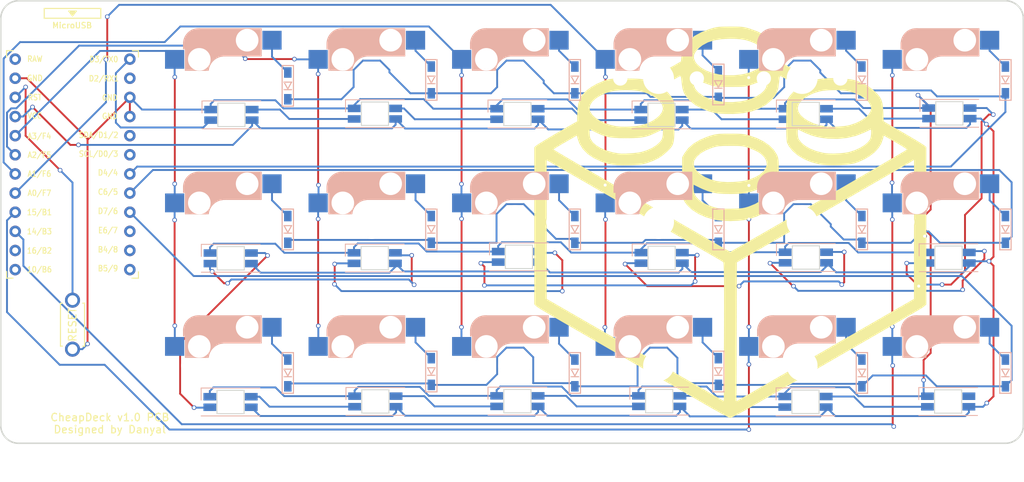
<source format=kicad_pcb>
(kicad_pcb (version 20171130) (host pcbnew "(5.1.10)-1")
  (title_block (title "Corne Cherry") (date 2020-09-28) (rev 3.0.1) (company foostan))
  (layers (0 F.Cu signal) (31 B.Cu signal) (34 B.Paste user) (35 F.Paste user) (36 B.SilkS user) (37 F.SilkS user) (38 B.Mask user) (39 F.Mask user) (44 Edge.Cuts user))
  (net 0 "")
  (net 1 row0)
  (net 2 "Net-(D1-Pad2)")
  (net 3 row1)
  (net 4 "Net-(D2-Pad2)")
  (net 5 row2)
  (net 6 "Net-(D3-Pad2)")
  (net 7 row3)
  (net 8 "Net-(D4-Pad2)")
  (net 9 "Net-(D5-Pad2)")
  (net 10 "Net-(D6-Pad2)")
  (net 11 "Net-(D7-Pad2)")
  (net 12 "Net-(D8-Pad2)")
  (net 13 "Net-(D9-Pad2)")
  (net 14 "Net-(D10-Pad2)")
  (net 15 "Net-(D11-Pad2)")
  (net 16 "Net-(D12-Pad2)")
  (net 17 "Net-(D13-Pad2)")
  (net 18 "Net-(D14-Pad2)")
  (net 19 "Net-(D15-Pad2)")
  (net 20 "Net-(D16-Pad2)")
  (net 21 "Net-(D17-Pad2)")
  (net 22 "Net-(D18-Pad2)")
  (net 23 GND)
  (net 24 col0)
  (net 25 col1)
  (net 26 col2)
  (net 27 col3)
  (net 28 col4)
  (net 29 col5)
  (net 30 LED)
  (net 31 data)
  (net 32 reset)
  (net 33 SCL)
  (net 34 SDA)
  (net 35 "Net-(U1-Pad14)")
  (net 36 "Net-(U1-Pad13)")
  (net 37 "Net-(U1-Pad12)")
  (net 38 "Net-(U1-Pad11)")
  (net 39 "Net-(U1-Pad24)")
  (net 40 "Net-(LED1-Pad2)")
  (net 41 "Net-(LED10-Pad2)")
  (net 42 "Net-(LED14-Pad2)")
  (net 43 "Net-(LED10-Pad4)")
  (net 44 "Net-(LED11-Pad2)")
  (net 45 "Net-(LED13-Pad2)")
  (net 46 "Net-(LED17-Pad2)")
  (net 47 "Net-(LED4-Pad2)")
  (net 48 "Net-(LED5-Pad2)")
  (net 49 "Net-(LED15-Pad2)")
  (net 50 VCC)
  (net 51 "Net-(LED2-Pad2)")
  (net 52 "Net-(LED3-Pad2)")
  (net 53 "Net-(LED6-Pad2)")
  (net 54 "Net-(LED7-Pad2)")
  (net 55 "Net-(LED8-Pad2)")
  (net 56 "Net-(LED12-Pad2)")
  (net 57 "Net-(LED16-Pad2)")
  (net 58 "Net-(LED18-Pad2)")
  (module kbd:M2_HOLE_v2 (layer F.Cu) (at 91.2275 33.14)
    (fp_text reference Ref** hide)
    (fp_text value Val** hide)
    (pad "" np_thru_hole circle (at 0 0) (size 4.3 4.3) (drill 4.3) (layers *.Cu *.Mask))
  )
  (module kbd:M2_HOLE_v2 (layer F.Cu) (at 74.4635 85.718)
    (fp_text reference Ref** hide)
    (fp_text value Val** hide)
    (pad "" np_thru_hole circle (at 0 0) (size 4.3 4.3) (drill 4.3) (layers *.Cu *.Mask))
  )
  (module kbd:M2_HOLE_v2 (layer F.Cu) (at 187.4935 33.267)
    (fp_text reference Ref** hide)
    (fp_text value Val** hide)
    (pad "" np_thru_hole circle (at 0 0) (size 4.3 4.3) (drill 4.3) (layers *.Cu *.Mask))
  )
  (module kbd:M2_HOLE_v2 (layer F.Cu) (at 203.7495 85.972)
    (fp_text reference Ref** hide)
    (fp_text value Val** hide)
    (pad "" np_thru_hole circle (at 0 0) (size 4.3 4.3) (drill 4.3) (layers *.Cu *.Mask))
  )
  (module kbd:brick (layer F.Cu) (at 167.745 59.4925)
    (fp_text reference G*** hide)
    (fp_text value LOGO hide)
  )
  (module kbd:ProMicro_v3 (layer F.Cu) (at 80.4325 52.34875)
    (fp_text reference U1 hide)
    (fp_text value ProMicro hide)
    (fp_text user RAW (at -4.995 -14.5 unlocked) (layer F.SilkS) (effects (font (size 0.75 0.67) (thickness 0.125))))
    (fp_text user GND (at -4.995 -11.95 unlocked) (layer F.SilkS) (effects (font (size 0.75 0.67) (thickness 0.125))))
    (fp_text user RST (at -4.995 -9.4 unlocked) (layer F.SilkS) (effects (font (size 0.75 0.67) (thickness 0.125))))
    (fp_text user VCC (at -4.995 -6.95 unlocked) (layer F.SilkS) (effects (font (size 0.75 0.67) (thickness 0.125))))
    (fp_text user A3/F4 (at -4.395 -4.25 unlocked) (layer F.SilkS) (effects (font (size 0.75 0.67) (thickness 0.125))))
    (fp_text user A2/F5 (at -4.395 -1.75 unlocked) (layer F.SilkS) (effects (font (size 0.75 0.67) (thickness 0.125))))
    (fp_text user A1/F6 (at -4.395 0.75 unlocked) (layer F.SilkS) (effects (font (size 0.75 0.67) (thickness 0.125))))
    (fp_text user A0/F7 (at -4.395 3.3 unlocked) (layer F.SilkS) (effects (font (size 0.75 0.67) (thickness 0.125))))
    (fp_text user 15/B1 (at -4.395 5.85 unlocked) (layer F.SilkS) (effects (font (size 0.75 0.67) (thickness 0.125))))
    (fp_text user 14/B3 (at -4.395 8.4 unlocked) (layer F.SilkS) (effects (font (size 0.75 0.67) (thickness 0.125))))
    (fp_text user 10/B6 (at -4.395 13.45 unlocked) (layer F.SilkS) (effects (font (size 0.75 0.67) (thickness 0.125))))
    (fp_text user 16/B2 (at -4.395 10.95 unlocked) (layer F.SilkS) (effects (font (size 0.75 0.67) (thickness 0.125))))
    (fp_text user E6/7 (at 4.705 8.25 unlocked) (layer F.SilkS) (effects (font (size 0.75 0.67) (thickness 0.125))))
    (fp_text user D7/6 (at 4.705 5.7 unlocked) (layer F.SilkS) (effects (font (size 0.75 0.67) (thickness 0.125))))
    (fp_text user GND (at 4.955 -9.35 unlocked) (layer F.SilkS) (effects (font (size 0.75 0.67) (thickness 0.125))))
    (fp_text user GND (at 4.955 -6.9 unlocked) (layer F.SilkS) (effects (font (size 0.75 0.67) (thickness 0.125))))
    (fp_text user D3/TX0 (at 4.155 -14.45 unlocked) (layer F.SilkS) (effects (font (size 0.75 0.67) (thickness 0.125))))
    (fp_text user D4/4 (at 4.705 0.6 unlocked) (layer F.SilkS) (effects (font (size 0.75 0.67) (thickness 0.125))))
    (fp_text user SDA/D1/2 (at 3.455 -4.4 unlocked) (layer F.SilkS) (effects (font (size 0.75 0.67) (thickness 0.125))))
    (fp_text user SCL/D0/3 (at 3.455 -1.9 unlocked) (layer F.SilkS) (effects (font (size 0.75 0.67) (thickness 0.125))))
    (fp_text user C6/5 (at 4.705 3.15 unlocked) (layer F.SilkS) (effects (font (size 0.75 0.67) (thickness 0.125))))
    (fp_text user B5/9 (at 4.705 13.3 unlocked) (layer F.SilkS) (effects (font (size 0.75 0.67) (thickness 0.125))))
    (fp_text user D2/RX1 (at 4.155 -11.9 unlocked) (layer F.SilkS) (effects (font (size 0.75 0.67) (thickness 0.125))))
    (fp_text user B4/8 (at 4.705 10.8 unlocked) (layer F.SilkS) (effects (font (size 0.75 0.67) (thickness 0.125))))
    (fp_text user MicroUSB (at -0.05 -18.95) (layer F.SilkS) (effects (font (size 0.75 0.75) (thickness 0.12))))
    (fp_text user MicroUSB (at -0.05 -18.95) (layer F.SilkS) (effects (font (size 0.75 0.75) (thickness 0.12))))
    (pad 24 thru_hole circle (at -7.6086 -14.478) (size 1.524 1.524) (drill 0.8128) (layers *.Cu B.Mask) (net 39 "Net-(U1-Pad24)"))
    (pad 23 thru_hole circle (at -7.6086 -11.938) (size 1.524 1.524) (drill 0.8128) (layers *.Cu B.Mask) (net 23 GND))
    (pad 22 thru_hole circle (at -7.6086 -9.398) (size 1.524 1.524) (drill 0.8128) (layers *.Cu B.Mask) (net 32 reset))
    (pad 21 thru_hole circle (at -7.6086 -6.858) (size 1.524 1.524) (drill 0.8128) (layers *.Cu B.Mask) (net 50 VCC))
    (pad 20 thru_hole circle (at -7.6086 -4.318) (size 1.524 1.524) (drill 0.8128) (layers *.Cu B.Mask) (net 24 col0))
    (pad 19 thru_hole circle (at -7.6086 -1.778) (size 1.524 1.524) (drill 0.8128) (layers *.Cu B.Mask) (net 25 col1))
    (pad 18 thru_hole circle (at -7.6086 0.762) (size 1.524 1.524) (drill 0.8128) (layers *.Cu B.Mask) (net 26 col2))
    (pad 17 thru_hole circle (at -7.6086 3.302) (size 1.524 1.524) (drill 0.8128) (layers *.Cu B.Mask) (net 27 col3))
    (pad 16 thru_hole circle (at -7.6086 5.842) (size 1.524 1.524) (drill 0.8128) (layers *.Cu B.Mask) (net 28 col4))
    (pad 15 thru_hole circle (at -7.6086 8.382) (size 1.524 1.524) (drill 0.8128) (layers *.Cu B.Mask) (net 29 col5))
    (pad 14 thru_hole circle (at -7.6086 10.922) (size 1.524 1.524) (drill 0.8128) (layers *.Cu B.Mask) (net 35 "Net-(U1-Pad14)"))
    (pad 13 thru_hole circle (at -7.6086 13.462) (size 1.524 1.524) (drill 0.8128) (layers *.Cu B.Mask) (net 36 "Net-(U1-Pad13)"))
    (pad 12 thru_hole circle (at 7.6114 13.462) (size 1.524 1.524) (drill 0.8128) (layers *.Cu B.Mask) (net 37 "Net-(U1-Pad12)"))
    (pad 11 thru_hole circle (at 7.6114 10.922) (size 1.524 1.524) (drill 0.8128) (layers *.Cu B.Mask) (net 38 "Net-(U1-Pad11)"))
    (pad 10 thru_hole circle (at 7.6114 8.382) (size 1.524 1.524) (drill 0.8128) (layers *.Cu B.Mask) (net 7 row3))
    (pad 9 thru_hole circle (at 7.6114 5.842) (size 1.524 1.524) (drill 0.8128) (layers *.Cu B.Mask) (net 5 row2))
    (pad 8 thru_hole circle (at 7.6114 3.302) (size 1.524 1.524) (drill 0.8128) (layers *.Cu B.Mask) (net 3 row1))
    (pad 7 thru_hole circle (at 7.6114 0.762) (size 1.524 1.524) (drill 0.8128) (layers *.Cu B.Mask) (net 1 row0))
    (pad 6 thru_hole circle (at 7.6114 -1.778) (size 1.524 1.524) (drill 0.8128) (layers *.Cu B.Mask) (net 33 SCL))
    (pad 5 thru_hole circle (at 7.6114 -4.318) (size 1.524 1.524) (drill 0.8128) (layers *.Cu B.Mask) (net 34 SDA))
    (pad 4 thru_hole circle (at 7.6114 -6.858) (size 1.524 1.524) (drill 0.8128) (layers *.Cu B.Mask) (net 23 GND))
    (pad 3 thru_hole circle (at 7.6114 -9.398) (size 1.524 1.524) (drill 0.8128) (layers *.Cu B.Mask) (net 23 GND))
    (pad 2 thru_hole circle (at 7.6114 -11.938) (size 1.524 1.524) (drill 0.8128) (layers *.Cu B.Mask) (net 31 data))
    (pad 1 thru_hole circle (at 7.6114 -14.478) (size 1.524 1.524) (drill 0.8128) (layers *.Cu B.Mask) (net 30 LED))
  )
  (module kbd:CherryMX_Hotswap (layer F.Cu) (at 196.32 78.5425)
    (fp_text reference SW18 hide)
    (fp_text value SW_PUSH hide)
    (pad "" np_thru_hole circle (at 2.54 -5.08) (size 3 3) (drill 3) (layers *.Cu *.Mask))
    (pad "" np_thru_hole circle (at -3.81 -2.54) (size 3 3) (drill 3) (layers *.Cu *.Mask))
    (pad 2 smd rect (at 5.842 -5.08 180) (size 2.55 2.5) (layers B.Cu B.Paste B.Mask) (net 22 "Net-(D18-Pad2)"))
    (pad "" np_thru_hole circle (at -5.08 0) (size 1.9 1.9) (drill 1.9) (layers *.Cu *.Mask))
    (pad "" np_thru_hole circle (at 5.08 0) (size 1.9 1.9) (drill 1.9) (layers *.Cu *.Mask))
    (pad "" np_thru_hole circle (at 0 0 90) (size 4.1 4.1) (drill 4.1) (layers *.Cu *.Mask))
    (pad 1 smd rect (at -7.085 -2.54 180) (size 2.55 2.5) (layers B.Cu B.Paste B.Mask) (net 29 col5))
  )
  (module kbd:CherryMX_Hotswap (layer F.Cu) (at 177.27 78.5425)
    (fp_text reference SW17 hide)
    (fp_text value SW_PUSH hide)
    (pad "" np_thru_hole circle (at 2.54 -5.08) (size 3 3) (drill 3) (layers *.Cu *.Mask))
    (pad "" np_thru_hole circle (at -3.81 -2.54) (size 3 3) (drill 3) (layers *.Cu *.Mask))
    (pad 2 smd rect (at 5.842 -5.08 180) (size 2.55 2.5) (layers B.Cu B.Paste B.Mask) (net 21 "Net-(D17-Pad2)"))
    (pad "" np_thru_hole circle (at -5.08 0) (size 1.9 1.9) (drill 1.9) (layers *.Cu *.Mask))
    (pad "" np_thru_hole circle (at 5.08 0) (size 1.9 1.9) (drill 1.9) (layers *.Cu *.Mask))
    (pad "" np_thru_hole circle (at 0 0 90) (size 4.1 4.1) (drill 4.1) (layers *.Cu *.Mask))
    (pad 1 smd rect (at -7.085 -2.54 180) (size 2.55 2.5) (layers B.Cu B.Paste B.Mask) (net 28 col4))
  )
  (module kbd:CherryMX_Hotswap (layer F.Cu) (at 158.22 78.5425)
    (fp_text reference SW16 hide)
    (fp_text value SW_PUSH hide)
    (pad "" np_thru_hole circle (at 2.54 -5.08) (size 3 3) (drill 3) (layers *.Cu *.Mask))
    (pad "" np_thru_hole circle (at -3.81 -2.54) (size 3 3) (drill 3) (layers *.Cu *.Mask))
    (pad 2 smd rect (at 5.842 -5.08 180) (size 2.55 2.5) (layers B.Cu B.Paste B.Mask) (net 20 "Net-(D16-Pad2)"))
    (pad "" np_thru_hole circle (at -5.08 0) (size 1.9 1.9) (drill 1.9) (layers *.Cu *.Mask))
    (pad "" np_thru_hole circle (at 5.08 0) (size 1.9 1.9) (drill 1.9) (layers *.Cu *.Mask))
    (pad "" np_thru_hole circle (at 0 0 90) (size 4.1 4.1) (drill 4.1) (layers *.Cu *.Mask))
    (pad 1 smd rect (at -7.085 -2.54 180) (size 2.55 2.5) (layers B.Cu B.Paste B.Mask) (net 27 col3))
  )
  (module kbd:CherryMX_Hotswap (layer F.Cu) (at 139.17 78.5425)
    (fp_text reference SW15 hide)
    (fp_text value SW_PUSH hide)
    (pad "" np_thru_hole circle (at 2.54 -5.08) (size 3 3) (drill 3) (layers *.Cu *.Mask))
    (pad "" np_thru_hole circle (at -3.81 -2.54) (size 3 3) (drill 3) (layers *.Cu *.Mask))
    (pad 2 smd rect (at 5.842 -5.08 180) (size 2.55 2.5) (layers B.Cu B.Paste B.Mask) (net 19 "Net-(D15-Pad2)"))
    (pad "" np_thru_hole circle (at -5.08 0) (size 1.9 1.9) (drill 1.9) (layers *.Cu *.Mask))
    (pad "" np_thru_hole circle (at 5.08 0) (size 1.9 1.9) (drill 1.9) (layers *.Cu *.Mask))
    (pad "" np_thru_hole circle (at 0 0 90) (size 4.1 4.1) (drill 4.1) (layers *.Cu *.Mask))
    (pad 1 smd rect (at -7.085 -2.54 180) (size 2.55 2.5) (layers B.Cu B.Paste B.Mask) (net 26 col2))
  )
  (module kbd:CherryMX_Hotswap (layer F.Cu) (at 120.12 78.5425)
    (fp_text reference SW14 hide)
    (fp_text value SW_PUSH hide)
    (pad 1 smd rect (at -7.085 -2.54 180) (size 2.55 2.5) (layers B.Cu B.Paste B.Mask) (net 25 col1))
    (pad "" np_thru_hole circle (at 0 0 90) (size 4.1 4.1) (drill 4.1) (layers *.Cu *.Mask))
    (pad "" np_thru_hole circle (at 5.08 0) (size 1.9 1.9) (drill 1.9) (layers *.Cu *.Mask))
    (pad "" np_thru_hole circle (at -5.08 0) (size 1.9 1.9) (drill 1.9) (layers *.Cu *.Mask))
    (pad 2 smd rect (at 5.842 -5.08 180) (size 2.55 2.5) (layers B.Cu B.Paste B.Mask) (net 18 "Net-(D14-Pad2)"))
    (pad "" np_thru_hole circle (at -3.81 -2.54) (size 3 3) (drill 3) (layers *.Cu *.Mask))
    (pad "" np_thru_hole circle (at 2.54 -5.08) (size 3 3) (drill 3) (layers *.Cu *.Mask))
  )
  (module kbd:CherryMX_Hotswap (layer F.Cu) (at 101.07 78.5425)
    (fp_text reference SW13 hide)
    (fp_text value SW_PUSH hide)
    (pad "" np_thru_hole circle (at 2.54 -5.08) (size 3 3) (drill 3) (layers *.Cu *.Mask))
    (pad "" np_thru_hole circle (at -3.81 -2.54) (size 3 3) (drill 3) (layers *.Cu *.Mask))
    (pad 2 smd rect (at 5.842 -5.08 180) (size 2.55 2.5) (layers B.Cu B.Paste B.Mask) (net 17 "Net-(D13-Pad2)"))
    (pad "" np_thru_hole circle (at -5.08 0) (size 1.9 1.9) (drill 1.9) (layers *.Cu *.Mask))
    (pad "" np_thru_hole circle (at 5.08 0) (size 1.9 1.9) (drill 1.9) (layers *.Cu *.Mask))
    (pad "" np_thru_hole circle (at 0 0 90) (size 4.1 4.1) (drill 4.1) (layers *.Cu *.Mask))
    (pad 1 smd rect (at -7.085 -2.54 180) (size 2.55 2.5) (layers B.Cu B.Paste B.Mask) (net 24 col0))
  )
  (module kbd:CherryMX_Hotswap (layer F.Cu) (at 196.32 59.4925)
    (fp_text reference SW12 hide)
    (fp_text value SW_PUSH hide)
    (pad "" np_thru_hole circle (at 2.54 -5.08) (size 3 3) (drill 3) (layers *.Cu *.Mask))
    (pad "" np_thru_hole circle (at -3.81 -2.54) (size 3 3) (drill 3) (layers *.Cu *.Mask))
    (pad 2 smd rect (at 5.842 -5.08 180) (size 2.55 2.5) (layers B.Cu B.Paste B.Mask) (net 16 "Net-(D12-Pad2)"))
    (pad "" np_thru_hole circle (at -5.08 0) (size 1.9 1.9) (drill 1.9) (layers *.Cu *.Mask))
    (pad "" np_thru_hole circle (at 5.08 0) (size 1.9 1.9) (drill 1.9) (layers *.Cu *.Mask))
    (pad "" np_thru_hole circle (at 0 0 90) (size 4.1 4.1) (drill 4.1) (layers *.Cu *.Mask))
    (pad 1 smd rect (at -7.085 -2.54 180) (size 2.55 2.5) (layers B.Cu B.Paste B.Mask) (net 29 col5))
  )
  (module kbd:CherryMX_Hotswap (layer F.Cu) (at 177.27 59.4925)
    (fp_text reference SW11 hide)
    (fp_text value SW_PUSH hide)
    (pad "" np_thru_hole circle (at 2.54 -5.08) (size 3 3) (drill 3) (layers *.Cu *.Mask))
    (pad "" np_thru_hole circle (at -3.81 -2.54) (size 3 3) (drill 3) (layers *.Cu *.Mask))
    (pad 2 smd rect (at 5.842 -5.08 180) (size 2.55 2.5) (layers B.Cu B.Paste B.Mask) (net 15 "Net-(D11-Pad2)"))
    (pad "" np_thru_hole circle (at -5.08 0) (size 1.9 1.9) (drill 1.9) (layers *.Cu *.Mask))
    (pad "" np_thru_hole circle (at 5.08 0) (size 1.9 1.9) (drill 1.9) (layers *.Cu *.Mask))
    (pad "" np_thru_hole circle (at 0 0 90) (size 4.1 4.1) (drill 4.1) (layers *.Cu *.Mask))
    (pad 1 smd rect (at -7.085 -2.54 180) (size 2.55 2.5) (layers B.Cu B.Paste B.Mask) (net 28 col4))
  )
  (module kbd:CherryMX_Hotswap (layer F.Cu) (at 158.22 59.4925)
    (fp_text reference SW10 hide)
    (fp_text value SW_PUSH hide)
    (pad "" np_thru_hole circle (at 2.54 -5.08) (size 3 3) (drill 3) (layers *.Cu *.Mask))
    (pad "" np_thru_hole circle (at -3.81 -2.54) (size 3 3) (drill 3) (layers *.Cu *.Mask))
    (pad 2 smd rect (at 5.842 -5.08 180) (size 2.55 2.5) (layers B.Cu B.Paste B.Mask) (net 14 "Net-(D10-Pad2)"))
    (pad "" np_thru_hole circle (at -5.08 0) (size 1.9 1.9) (drill 1.9) (layers *.Cu *.Mask))
    (pad "" np_thru_hole circle (at 5.08 0) (size 1.9 1.9) (drill 1.9) (layers *.Cu *.Mask))
    (pad "" np_thru_hole circle (at 0 0 90) (size 4.1 4.1) (drill 4.1) (layers *.Cu *.Mask))
    (pad 1 smd rect (at -7.085 -2.54 180) (size 2.55 2.5) (layers B.Cu B.Paste B.Mask) (net 27 col3))
  )
  (module kbd:CherryMX_Hotswap (layer F.Cu) (at 139.17 59.4925)
    (fp_text reference SW9 hide)
    (fp_text value SW_PUSH hide)
    (pad "" np_thru_hole circle (at 2.54 -5.08) (size 3 3) (drill 3) (layers *.Cu *.Mask))
    (pad "" np_thru_hole circle (at -3.81 -2.54) (size 3 3) (drill 3) (layers *.Cu *.Mask))
    (pad 2 smd rect (at 5.842 -5.08 180) (size 2.55 2.5) (layers B.Cu B.Paste B.Mask) (net 13 "Net-(D9-Pad2)"))
    (pad "" np_thru_hole circle (at -5.08 0) (size 1.9 1.9) (drill 1.9) (layers *.Cu *.Mask))
    (pad "" np_thru_hole circle (at 5.08 0) (size 1.9 1.9) (drill 1.9) (layers *.Cu *.Mask))
    (pad "" np_thru_hole circle (at 0 0 90) (size 4.1 4.1) (drill 4.1) (layers *.Cu *.Mask))
    (pad 1 smd rect (at -7.085 -2.54 180) (size 2.55 2.5) (layers B.Cu B.Paste B.Mask) (net 26 col2))
  )
  (module kbd:CherryMX_Hotswap (layer F.Cu) (at 120.12 59.4925)
    (fp_text reference SW8 hide)
    (fp_text value SW_PUSH hide)
    (pad "" np_thru_hole circle (at 2.54 -5.08) (size 3 3) (drill 3) (layers *.Cu *.Mask))
    (pad "" np_thru_hole circle (at -3.81 -2.54) (size 3 3) (drill 3) (layers *.Cu *.Mask))
    (pad 2 smd rect (at 5.842 -5.08 180) (size 2.55 2.5) (layers B.Cu B.Paste B.Mask) (net 12 "Net-(D8-Pad2)"))
    (pad "" np_thru_hole circle (at -5.08 0) (size 1.9 1.9) (drill 1.9) (layers *.Cu *.Mask))
    (pad "" np_thru_hole circle (at 5.08 0) (size 1.9 1.9) (drill 1.9) (layers *.Cu *.Mask))
    (pad "" np_thru_hole circle (at 0 0 90) (size 4.1 4.1) (drill 4.1) (layers *.Cu *.Mask))
    (pad 1 smd rect (at -7.085 -2.54 180) (size 2.55 2.5) (layers B.Cu B.Paste B.Mask) (net 25 col1))
  )
  (module kbd:CherryMX_Hotswap (layer F.Cu) (at 101.07 59.4925)
    (fp_text reference SW7 hide)
    (fp_text value SW_PUSH hide)
    (pad "" np_thru_hole circle (at 2.54 -5.08) (size 3 3) (drill 3) (layers *.Cu *.Mask))
    (pad "" np_thru_hole circle (at -3.81 -2.54) (size 3 3) (drill 3) (layers *.Cu *.Mask))
    (pad 2 smd rect (at 5.842 -5.08 180) (size 2.55 2.5) (layers B.Cu B.Paste B.Mask) (net 11 "Net-(D7-Pad2)"))
    (pad "" np_thru_hole circle (at -5.08 0) (size 1.9 1.9) (drill 1.9) (layers *.Cu *.Mask))
    (pad "" np_thru_hole circle (at 5.08 0) (size 1.9 1.9) (drill 1.9) (layers *.Cu *.Mask))
    (pad "" np_thru_hole circle (at 0 0 90) (size 4.1 4.1) (drill 4.1) (layers *.Cu *.Mask))
    (pad 1 smd rect (at -7.085 -2.54 180) (size 2.55 2.5) (layers B.Cu B.Paste B.Mask) (net 24 col0))
  )
  (module kbd:CherryMX_Hotswap (layer F.Cu) (at 196.32 40.4425)
    (fp_text reference SW6 hide)
    (fp_text value SW_PUSH hide)
    (pad "" np_thru_hole circle (at 2.54 -5.08) (size 3 3) (drill 3) (layers *.Cu *.Mask))
    (pad "" np_thru_hole circle (at -3.81 -2.54) (size 3 3) (drill 3) (layers *.Cu *.Mask))
    (pad 2 smd rect (at 5.842 -5.08 180) (size 2.55 2.5) (layers B.Cu B.Paste B.Mask) (net 10 "Net-(D6-Pad2)"))
    (pad "" np_thru_hole circle (at -5.08 0) (size 1.9 1.9) (drill 1.9) (layers *.Cu *.Mask))
    (pad "" np_thru_hole circle (at 5.08 0) (size 1.9 1.9) (drill 1.9) (layers *.Cu *.Mask))
    (pad "" np_thru_hole circle (at 0 0 90) (size 4.1 4.1) (drill 4.1) (layers *.Cu *.Mask))
    (pad 1 smd rect (at -7.085 -2.54 180) (size 2.55 2.5) (layers B.Cu B.Paste B.Mask) (net 29 col5))
  )
  (module kbd:CherryMX_Hotswap (layer F.Cu) (at 177.27 40.4425)
    (fp_text reference SW5 hide)
    (fp_text value SW_PUSH hide)
    (pad "" np_thru_hole circle (at 2.54 -5.08) (size 3 3) (drill 3) (layers *.Cu *.Mask))
    (pad "" np_thru_hole circle (at -3.81 -2.54) (size 3 3) (drill 3) (layers *.Cu *.Mask))
    (pad 2 smd rect (at 5.842 -5.08 180) (size 2.55 2.5) (layers B.Cu B.Paste B.Mask) (net 9 "Net-(D5-Pad2)"))
    (pad "" np_thru_hole circle (at -5.08 0) (size 1.9 1.9) (drill 1.9) (layers *.Cu *.Mask))
    (pad "" np_thru_hole circle (at 5.08 0) (size 1.9 1.9) (drill 1.9) (layers *.Cu *.Mask))
    (pad "" np_thru_hole circle (at 0 0 90) (size 4.1 4.1) (drill 4.1) (layers *.Cu *.Mask))
    (pad 1 smd rect (at -7.085 -2.54 180) (size 2.55 2.5) (layers B.Cu B.Paste B.Mask) (net 28 col4))
  )
  (module kbd:CherryMX_Hotswap (layer F.Cu) (at 158.22 40.4425)
    (fp_text reference SW4 hide)
    (fp_text value SW_PUSH hide)
    (pad "" np_thru_hole circle (at 2.54 -5.08) (size 3 3) (drill 3) (layers *.Cu *.Mask))
    (pad "" np_thru_hole circle (at -3.81 -2.54) (size 3 3) (drill 3) (layers *.Cu *.Mask))
    (pad 2 smd rect (at 5.842 -5.08 180) (size 2.55 2.5) (layers B.Cu B.Paste B.Mask) (net 8 "Net-(D4-Pad2)"))
    (pad "" np_thru_hole circle (at -5.08 0) (size 1.9 1.9) (drill 1.9) (layers *.Cu *.Mask))
    (pad "" np_thru_hole circle (at 5.08 0) (size 1.9 1.9) (drill 1.9) (layers *.Cu *.Mask))
    (pad "" np_thru_hole circle (at 0 0 90) (size 4.1 4.1) (drill 4.1) (layers *.Cu *.Mask))
    (pad 1 smd rect (at -7.085 -2.54 180) (size 2.55 2.5) (layers B.Cu B.Paste B.Mask) (net 27 col3))
  )
  (module kbd:CherryMX_Hotswap (layer F.Cu) (at 139.17 40.4425)
    (fp_text reference SW3 hide)
    (fp_text value SW_PUSH hide)
    (pad "" np_thru_hole circle (at 2.54 -5.08) (size 3 3) (drill 3) (layers *.Cu *.Mask))
    (pad "" np_thru_hole circle (at -3.81 -2.54) (size 3 3) (drill 3) (layers *.Cu *.Mask))
    (pad 2 smd rect (at 5.842 -5.08 180) (size 2.55 2.5) (layers B.Cu B.Paste B.Mask) (net 6 "Net-(D3-Pad2)"))
    (pad "" np_thru_hole circle (at -5.08 0) (size 1.9 1.9) (drill 1.9) (layers *.Cu *.Mask))
    (pad "" np_thru_hole circle (at 5.08 0) (size 1.9 1.9) (drill 1.9) (layers *.Cu *.Mask))
    (pad "" np_thru_hole circle (at 0 0 90) (size 4.1 4.1) (drill 4.1) (layers *.Cu *.Mask))
    (pad 1 smd rect (at -7.085 -2.54 180) (size 2.55 2.5) (layers B.Cu B.Paste B.Mask) (net 26 col2))
  )
  (module kbd:CherryMX_Hotswap (layer F.Cu) (at 120.12 40.4425)
    (fp_text reference SW2 hide)
    (fp_text value SW_PUSH hide)
    (pad "" np_thru_hole circle (at 2.54 -5.08) (size 3 3) (drill 3) (layers *.Cu *.Mask))
    (pad "" np_thru_hole circle (at -3.81 -2.54) (size 3 3) (drill 3) (layers *.Cu *.Mask))
    (pad 2 smd rect (at 5.842 -5.08 180) (size 2.55 2.5) (layers B.Cu B.Paste B.Mask) (net 4 "Net-(D2-Pad2)"))
    (pad "" np_thru_hole circle (at -5.08 0) (size 1.9 1.9) (drill 1.9) (layers *.Cu *.Mask))
    (pad "" np_thru_hole circle (at 5.08 0) (size 1.9 1.9) (drill 1.9) (layers *.Cu *.Mask))
    (pad "" np_thru_hole circle (at 0 0 90) (size 4.1 4.1) (drill 4.1) (layers *.Cu *.Mask))
    (pad 1 smd rect (at -7.085 -2.54 180) (size 2.55 2.5) (layers B.Cu B.Paste B.Mask) (net 25 col1))
  )
  (module kbd:CherryMX_Hotswap (layer F.Cu) (at 101.07 40.4425)
    (fp_text reference SW1 hide)
    (fp_text value SW_PUSH hide)
    (pad "" np_thru_hole circle (at 2.54 -5.08) (size 3 3) (drill 3) (layers *.Cu *.Mask))
    (pad "" np_thru_hole circle (at -3.81 -2.54) (size 3 3) (drill 3) (layers *.Cu *.Mask))
    (pad 2 smd rect (at 5.842 -5.08 180) (size 2.55 2.5) (layers B.Cu B.Paste B.Mask) (net 2 "Net-(D1-Pad2)"))
    (pad "" np_thru_hole circle (at -5.08 0) (size 1.9 1.9) (drill 1.9) (layers *.Cu *.Mask))
    (pad "" np_thru_hole circle (at 5.08 0) (size 1.9 1.9) (drill 1.9) (layers *.Cu *.Mask))
    (pad "" np_thru_hole circle (at 0 0 90) (size 4.1 4.1) (drill 4.1) (layers *.Cu *.Mask))
    (pad 1 smd rect (at -7.085 -2.54 180) (size 2.55 2.5) (layers B.Cu B.Paste B.Mask) (net 24 col0))
  )
  (module kbd:ResetSW_1side (layer F.Cu) (at 80.4325 73.1196 90)
    (fp_text reference RSW1 hide)
    (fp_text value SW_PUSH)
    (fp_text user RESET (at 0 0 90) (layer F.SilkS))
    (pad 2 thru_hole circle (at -3.25 0 90) (size 2 2) (drill 1.3) (layers *.Cu B.Mask) (net 23 GND))
    (pad 1 thru_hole circle (at 3.25 0 90) (size 2 2) (drill 1.3) (layers *.Cu B.Mask) (net 32 reset))
  )
  (module kbd:YS-SK6812MINI-E (layer B.Cu) (at 101.5204 45.267)
    (fp_text reference LED1 (at -2.0379 -10.38075) (layer B.SilkS) (effects (justify mirror)))
    (fp_text value YS-SK6812MINI-E)
    (fp_line (start 1.8 1.55) (end -1.8 1.55) (layer Edge.Cuts) (width 0.12))
    (fp_line (start 1.8 -1.55) (end 1.8 1.55) (layer Edge.Cuts) (width 0.12))
    (fp_line (start -1.8 -1.55) (end 1.8 -1.55) (layer Edge.Cuts) (width 0.12))
    (fp_line (start -1.8 1.55) (end -1.8 -1.55) (layer Edge.Cuts) (width 0.12))
    (pad 2 smd rect (at 2.75 -0.7) (size 1.7 1) (layers B.Cu B.Paste B.Mask) (net 40 "Net-(LED1-Pad2)"))
    (pad 1 smd rect (at 2.75 0.7) (size 1.7 1) (layers B.Cu B.Paste B.Mask) (net 50 VCC))
    (pad 3 smd rect (at -2.75 -0.7) (size 1.7 1) (layers B.Cu B.Paste B.Mask) (net 23 GND))
    (pad 4 smd rect (at -2.75 0.7) (size 1.7 1) (layers B.Cu B.Paste B.Mask) (net 30 LED))
  )
  (module kbd:YS-SK6812MINI-E (layer B.Cu) (at 196.8153 45.0653)
    (fp_text reference LED6 (at -2.0828 -10.17905) (layer B.SilkS) (effects (justify mirror)))
    (fp_text value YS-SK6812MINI-E)
    (fp_line (start 1.8 1.55) (end -1.8 1.55) (layer Edge.Cuts) (width 0.12))
    (fp_line (start 1.8 -1.55) (end 1.8 1.55) (layer Edge.Cuts) (width 0.12))
    (fp_line (start -1.8 -1.55) (end 1.8 -1.55) (layer Edge.Cuts) (width 0.12))
    (fp_line (start -1.8 1.55) (end -1.8 -1.55) (layer Edge.Cuts) (width 0.12))
    (pad 2 smd rect (at 2.75 -0.7) (size 1.7 1) (layers B.Cu B.Paste B.Mask) (net 53 "Net-(LED6-Pad2)"))
    (pad 1 smd rect (at 2.75 0.7) (size 1.7 1) (layers B.Cu B.Paste B.Mask) (net 50 VCC))
    (pad 3 smd rect (at -2.75 -0.7) (size 1.7 1) (layers B.Cu B.Paste B.Mask) (net 23 GND))
    (pad 4 smd rect (at -2.75 0.7) (size 1.7 1) (layers B.Cu B.Paste B.Mask) (net 48 "Net-(LED5-Pad2)"))
  )
  (module kbd:YS-SK6812MINI-E (layer B.Cu) (at 196.7069 64.2311)
    (fp_text reference LED7 (at -1.9744 -10.29485) (layer B.SilkS) (effects (justify mirror)))
    (fp_text value YS-SK6812MINI-E)
    (fp_line (start 1.8 1.55) (end -1.8 1.55) (layer Edge.Cuts) (width 0.12))
    (fp_line (start 1.8 -1.55) (end 1.8 1.55) (layer Edge.Cuts) (width 0.12))
    (fp_line (start -1.8 -1.55) (end 1.8 -1.55) (layer Edge.Cuts) (width 0.12))
    (fp_line (start -1.8 1.55) (end -1.8 -1.55) (layer Edge.Cuts) (width 0.12))
    (pad 2 smd rect (at 2.75 -0.7) (size 1.7 1) (layers B.Cu B.Paste B.Mask) (net 54 "Net-(LED7-Pad2)"))
    (pad 1 smd rect (at 2.75 0.7) (size 1.7 1) (layers B.Cu B.Paste B.Mask) (net 50 VCC))
    (pad 3 smd rect (at -2.75 -0.7) (size 1.7 1) (layers B.Cu B.Paste B.Mask) (net 23 GND))
    (pad 4 smd rect (at -2.75 0.7) (size 1.7 1) (layers B.Cu B.Paste B.Mask) (net 53 "Net-(LED6-Pad2)"))
  )
  (module kbd:YS-SK6812MINI-E (layer B.Cu) (at 101.4315 64.3073)
    (fp_text reference LED12 (at -2.74275 -10.37105) (layer B.SilkS) (effects (justify mirror)))
    (fp_text value YS-SK6812MINI-E)
    (fp_line (start 1.8 1.55) (end -1.8 1.55) (layer Edge.Cuts) (width 0.12))
    (fp_line (start 1.8 -1.55) (end 1.8 1.55) (layer Edge.Cuts) (width 0.12))
    (fp_line (start -1.8 -1.55) (end 1.8 -1.55) (layer Edge.Cuts) (width 0.12))
    (fp_line (start -1.8 1.55) (end -1.8 -1.55) (layer Edge.Cuts) (width 0.12))
    (pad 2 smd rect (at 2.75 -0.7) (size 1.7 1) (layers B.Cu B.Paste B.Mask) (net 56 "Net-(LED12-Pad2)"))
    (pad 1 smd rect (at 2.75 0.7) (size 1.7 1) (layers B.Cu B.Paste B.Mask) (net 50 VCC))
    (pad 3 smd rect (at -2.75 -0.7) (size 1.7 1) (layers B.Cu B.Paste B.Mask) (net 23 GND))
    (pad 4 smd rect (at -2.75 0.7) (size 1.7 1) (layers B.Cu B.Paste B.Mask) (net 44 "Net-(LED11-Pad2)"))
  )
  (module kbd:YS-SK6812MINI-E (layer B.Cu) (at 101.4061 83.3797)
    (fp_text reference LED13 (at -1.9236 -10.39345) (layer B.SilkS) (effects (justify mirror)))
    (fp_text value YS-SK6812MINI-E)
    (fp_line (start 1.8 1.55) (end -1.8 1.55) (layer Edge.Cuts) (width 0.12))
    (fp_line (start 1.8 -1.55) (end 1.8 1.55) (layer Edge.Cuts) (width 0.12))
    (fp_line (start -1.8 -1.55) (end 1.8 -1.55) (layer Edge.Cuts) (width 0.12))
    (fp_line (start -1.8 1.55) (end -1.8 -1.55) (layer Edge.Cuts) (width 0.12))
    (pad 2 smd rect (at 2.75 -0.7) (size 1.7 1) (layers B.Cu B.Paste B.Mask) (net 45 "Net-(LED13-Pad2)"))
    (pad 1 smd rect (at 2.75 0.7) (size 1.7 1) (layers B.Cu B.Paste B.Mask) (net 50 VCC))
    (pad 3 smd rect (at -2.75 -0.7) (size 1.7 1) (layers B.Cu B.Paste B.Mask) (net 23 GND))
    (pad 4 smd rect (at -2.75 0.7) (size 1.7 1) (layers B.Cu B.Paste B.Mask) (net 56 "Net-(LED12-Pad2)"))
  )
  (module kbd:YS-SK6812MINI-E (layer B.Cu) (at 196.6561 83.3162)
    (fp_text reference LED18 (at -2.71735 -10.32995) (layer B.SilkS) (effects (justify mirror)))
    (fp_text value YS-SK6812MINI-E)
    (fp_line (start 1.8 1.55) (end -1.8 1.55) (layer Edge.Cuts) (width 0.12))
    (fp_line (start 1.8 -1.55) (end 1.8 1.55) (layer Edge.Cuts) (width 0.12))
    (fp_line (start -1.8 -1.55) (end 1.8 -1.55) (layer Edge.Cuts) (width 0.12))
    (fp_line (start -1.8 1.55) (end -1.8 -1.55) (layer Edge.Cuts) (width 0.12))
    (pad 2 smd rect (at 2.75 -0.7) (size 1.7 1) (layers B.Cu B.Paste B.Mask) (net 58 "Net-(LED18-Pad2)"))
    (pad 1 smd rect (at 2.75 0.7) (size 1.7 1) (layers B.Cu B.Paste B.Mask) (net 50 VCC))
    (pad 3 smd rect (at -2.75 -0.7) (size 1.7 1) (layers B.Cu B.Paste B.Mask) (net 23 GND))
    (pad 4 smd rect (at -2.75 0.7) (size 1.7 1) (layers B.Cu B.Paste B.Mask) (net 46 "Net-(LED17-Pad2)"))
  )
  (module kbd:YS-SK6812MINI-E (layer B.Cu) (at 120.5704 45.1146)
    (fp_text reference LED2 (at -2.0379 -10.22835) (layer B.SilkS) (effects (justify mirror)))
    (fp_text value YS-SK6812MINI-E)
    (fp_line (start 1.8 1.55) (end -1.8 1.55) (layer Edge.Cuts) (width 0.12))
    (fp_line (start 1.8 -1.55) (end 1.8 1.55) (layer Edge.Cuts) (width 0.12))
    (fp_line (start -1.8 -1.55) (end 1.8 -1.55) (layer Edge.Cuts) (width 0.12))
    (fp_line (start -1.8 1.55) (end -1.8 -1.55) (layer Edge.Cuts) (width 0.12))
    (pad 2 smd rect (at 2.75 -0.7) (size 1.7 1) (layers B.Cu B.Paste B.Mask) (net 51 "Net-(LED2-Pad2)"))
    (pad 1 smd rect (at 2.75 0.7) (size 1.7 1) (layers B.Cu B.Paste B.Mask) (net 50 VCC))
    (pad 3 smd rect (at -2.75 -0.7) (size 1.7 1) (layers B.Cu B.Paste B.Mask) (net 23 GND))
    (pad 4 smd rect (at -2.75 0.7) (size 1.7 1) (layers B.Cu B.Paste B.Mask) (net 40 "Net-(LED1-Pad2)"))
  )
  (module kbd:YS-SK6812MINI-E (layer B.Cu) (at 177.7585 45.1527)
    (fp_text reference LED5 (at -2.076 -10.26645) (layer B.SilkS) (effects (justify mirror)))
    (fp_text value YS-SK6812MINI-E)
    (fp_line (start 1.8 1.55) (end -1.8 1.55) (layer Edge.Cuts) (width 0.12))
    (fp_line (start 1.8 -1.55) (end 1.8 1.55) (layer Edge.Cuts) (width 0.12))
    (fp_line (start -1.8 -1.55) (end 1.8 -1.55) (layer Edge.Cuts) (width 0.12))
    (fp_line (start -1.8 1.55) (end -1.8 -1.55) (layer Edge.Cuts) (width 0.12))
    (pad 2 smd rect (at 2.75 -0.7) (size 1.7 1) (layers B.Cu B.Paste B.Mask) (net 48 "Net-(LED5-Pad2)"))
    (pad 1 smd rect (at 2.75 0.7) (size 1.7 1) (layers B.Cu B.Paste B.Mask) (net 50 VCC))
    (pad 3 smd rect (at -2.75 -0.7) (size 1.7 1) (layers B.Cu B.Paste B.Mask) (net 23 GND))
    (pad 4 smd rect (at -2.75 0.7) (size 1.7 1) (layers B.Cu B.Paste B.Mask) (net 47 "Net-(LED4-Pad2)"))
  )
  (module kbd:YS-SK6812MINI-E (layer B.Cu) (at 177.7712 64.2027)
    (fp_text reference LED8 (at -2.88245 -10.26645) (layer B.SilkS) (effects (justify mirror)))
    (fp_text value YS-SK6812MINI-E)
    (fp_line (start 1.8 1.55) (end -1.8 1.55) (layer Edge.Cuts) (width 0.12))
    (fp_line (start 1.8 -1.55) (end 1.8 1.55) (layer Edge.Cuts) (width 0.12))
    (fp_line (start -1.8 -1.55) (end 1.8 -1.55) (layer Edge.Cuts) (width 0.12))
    (fp_line (start -1.8 1.55) (end -1.8 -1.55) (layer Edge.Cuts) (width 0.12))
    (pad 2 smd rect (at 2.75 -0.7) (size 1.7 1) (layers B.Cu B.Paste B.Mask) (net 55 "Net-(LED8-Pad2)"))
    (pad 1 smd rect (at 2.75 0.7) (size 1.7 1) (layers B.Cu B.Paste B.Mask) (net 50 VCC))
    (pad 3 smd rect (at -2.75 -0.7) (size 1.7 1) (layers B.Cu B.Paste B.Mask) (net 23 GND))
    (pad 4 smd rect (at -2.75 0.7) (size 1.7 1) (layers B.Cu B.Paste B.Mask) (net 54 "Net-(LED7-Pad2)"))
  )
  (module kbd:YS-SK6812MINI-E (layer B.Cu) (at 120.545 64.2789)
    (fp_text reference LED11 (at -2.80625 -10.34265) (layer B.SilkS) (effects (justify mirror)))
    (fp_text value YS-SK6812MINI-E)
    (fp_line (start 1.8 1.55) (end -1.8 1.55) (layer Edge.Cuts) (width 0.12))
    (fp_line (start 1.8 -1.55) (end 1.8 1.55) (layer Edge.Cuts) (width 0.12))
    (fp_line (start -1.8 -1.55) (end 1.8 -1.55) (layer Edge.Cuts) (width 0.12))
    (fp_line (start -1.8 1.55) (end -1.8 -1.55) (layer Edge.Cuts) (width 0.12))
    (pad 2 smd rect (at 2.75 -0.7) (size 1.7 1) (layers B.Cu B.Paste B.Mask) (net 44 "Net-(LED11-Pad2)"))
    (pad 1 smd rect (at 2.75 0.7) (size 1.7 1) (layers B.Cu B.Paste B.Mask) (net 50 VCC))
    (pad 3 smd rect (at -2.75 -0.7) (size 1.7 1) (layers B.Cu B.Paste B.Mask) (net 23 GND))
    (pad 4 smd rect (at -2.75 0.7) (size 1.7 1) (layers B.Cu B.Paste B.Mask) (net 41 "Net-(LED10-Pad2)"))
  )
  (module kbd:YS-SK6812MINI-E (layer B.Cu) (at 120.628 83.305)
    (fp_text reference LED14 (at -2.0955 -10.31875) (layer B.SilkS) (effects (justify mirror)))
    (fp_text value YS-SK6812MINI-E)
    (fp_line (start 1.8 1.55) (end -1.8 1.55) (layer Edge.Cuts) (width 0.12))
    (fp_line (start 1.8 -1.55) (end 1.8 1.55) (layer Edge.Cuts) (width 0.12))
    (fp_line (start -1.8 -1.55) (end 1.8 -1.55) (layer Edge.Cuts) (width 0.12))
    (fp_line (start -1.8 1.55) (end -1.8 -1.55) (layer Edge.Cuts) (width 0.12))
    (pad 2 smd rect (at 2.75 -0.7) (size 1.7 1) (layers B.Cu B.Paste B.Mask) (net 42 "Net-(LED14-Pad2)"))
    (pad 1 smd rect (at 2.75 0.7) (size 1.7 1) (layers B.Cu B.Paste B.Mask) (net 50 VCC))
    (pad 3 smd rect (at -2.75 -0.7) (size 1.7 1) (layers B.Cu B.Paste B.Mask) (net 23 GND))
    (pad 4 smd rect (at -2.75 0.7) (size 1.7 1) (layers B.Cu B.Paste B.Mask) (net 45 "Net-(LED13-Pad2)"))
  )
  (module kbd:YS-SK6812MINI-E (layer B.Cu) (at 177.7204 83.3543)
    (fp_text reference LED17 (at -2.83165 -10.36805) (layer B.SilkS) (effects (justify mirror)))
    (fp_text value YS-SK6812MINI-E)
    (fp_line (start 1.8 1.55) (end -1.8 1.55) (layer Edge.Cuts) (width 0.12))
    (fp_line (start 1.8 -1.55) (end 1.8 1.55) (layer Edge.Cuts) (width 0.12))
    (fp_line (start -1.8 -1.55) (end 1.8 -1.55) (layer Edge.Cuts) (width 0.12))
    (fp_line (start -1.8 1.55) (end -1.8 -1.55) (layer Edge.Cuts) (width 0.12))
    (pad 2 smd rect (at 2.75 -0.7) (size 1.7 1) (layers B.Cu B.Paste B.Mask) (net 46 "Net-(LED17-Pad2)"))
    (pad 1 smd rect (at 2.75 0.7) (size 1.7 1) (layers B.Cu B.Paste B.Mask) (net 50 VCC))
    (pad 3 smd rect (at -2.75 -0.7) (size 1.7 1) (layers B.Cu B.Paste B.Mask) (net 23 GND))
    (pad 4 smd rect (at -2.75 0.7) (size 1.7 1) (layers B.Cu B.Paste B.Mask) (net 57 "Net-(LED16-Pad2)"))
  )
  (module kbd:YS-SK6812MINI-E (layer B.Cu) (at 139.4807 45.1527)
    (fp_text reference LED3 (at -1.8982 -10.26645) (layer B.SilkS) (effects (justify mirror)))
    (fp_text value YS-SK6812MINI-E)
    (fp_line (start 1.8 1.55) (end -1.8 1.55) (layer Edge.Cuts) (width 0.12))
    (fp_line (start 1.8 -1.55) (end 1.8 1.55) (layer Edge.Cuts) (width 0.12))
    (fp_line (start -1.8 -1.55) (end 1.8 -1.55) (layer Edge.Cuts) (width 0.12))
    (fp_line (start -1.8 1.55) (end -1.8 -1.55) (layer Edge.Cuts) (width 0.12))
    (pad 2 smd rect (at 2.75 -0.7) (size 1.7 1) (layers B.Cu B.Paste B.Mask) (net 52 "Net-(LED3-Pad2)"))
    (pad 1 smd rect (at 2.75 0.7) (size 1.7 1) (layers B.Cu B.Paste B.Mask) (net 50 VCC))
    (pad 3 smd rect (at -2.75 -0.7) (size 1.7 1) (layers B.Cu B.Paste B.Mask) (net 23 GND))
    (pad 4 smd rect (at -2.75 0.7) (size 1.7 1) (layers B.Cu B.Paste B.Mask) (net 51 "Net-(LED2-Pad2)"))
  )
  (module kbd:YS-SK6812MINI-E (layer B.Cu) (at 158.6069 45.267)
    (fp_text reference LED4 (at -1.9744 -10.38075) (layer B.SilkS) (effects (justify mirror)))
    (fp_text value YS-SK6812MINI-E)
    (fp_line (start 1.8 1.55) (end -1.8 1.55) (layer Edge.Cuts) (width 0.12))
    (fp_line (start 1.8 -1.55) (end 1.8 1.55) (layer Edge.Cuts) (width 0.12))
    (fp_line (start -1.8 -1.55) (end 1.8 -1.55) (layer Edge.Cuts) (width 0.12))
    (fp_line (start -1.8 1.55) (end -1.8 -1.55) (layer Edge.Cuts) (width 0.12))
    (pad 2 smd rect (at 2.75 -0.7) (size 1.7 1) (layers B.Cu B.Paste B.Mask) (net 47 "Net-(LED4-Pad2)"))
    (pad 1 smd rect (at 2.75 0.7) (size 1.7 1) (layers B.Cu B.Paste B.Mask) (net 50 VCC))
    (pad 3 smd rect (at -2.75 -0.7) (size 1.7 1) (layers B.Cu B.Paste B.Mask) (net 23 GND))
    (pad 4 smd rect (at -2.75 0.7) (size 1.7 1) (layers B.Cu B.Paste B.Mask) (net 52 "Net-(LED3-Pad2)"))
  )
  (module kbd:YS-SK6812MINI-E (layer B.Cu) (at 158.6264 64.255)
    (fp_text reference LED9 (at -1.9939 -10.31875) (layer B.SilkS) (effects (justify mirror)))
    (fp_text value YS-SK6812MINI-E)
    (fp_line (start 1.8 1.55) (end -1.8 1.55) (layer Edge.Cuts) (width 0.12))
    (fp_line (start 1.8 -1.55) (end 1.8 1.55) (layer Edge.Cuts) (width 0.12))
    (fp_line (start -1.8 -1.55) (end 1.8 -1.55) (layer Edge.Cuts) (width 0.12))
    (fp_line (start -1.8 1.55) (end -1.8 -1.55) (layer Edge.Cuts) (width 0.12))
    (pad 2 smd rect (at 2.75 -0.7) (size 1.7 1) (layers B.Cu B.Paste B.Mask) (net 43 "Net-(LED10-Pad4)"))
    (pad 1 smd rect (at 2.75 0.7) (size 1.7 1) (layers B.Cu B.Paste B.Mask) (net 50 VCC))
    (pad 3 smd rect (at -2.75 -0.7) (size 1.7 1) (layers B.Cu B.Paste B.Mask) (net 23 GND))
    (pad 4 smd rect (at -2.75 0.7) (size 1.7 1) (layers B.Cu B.Paste B.Mask) (net 55 "Net-(LED8-Pad2)"))
  )
  (module kbd:YS-SK6812MINI-E (layer B.Cu) (at 139.6839 64.1138)
    (fp_text reference LED10 (at -2.89515 -10.17755) (layer B.SilkS) (effects (justify mirror)))
    (fp_text value YS-SK6812MINI-E)
    (fp_line (start 1.8 1.55) (end -1.8 1.55) (layer Edge.Cuts) (width 0.12))
    (fp_line (start 1.8 -1.55) (end 1.8 1.55) (layer Edge.Cuts) (width 0.12))
    (fp_line (start -1.8 -1.55) (end 1.8 -1.55) (layer Edge.Cuts) (width 0.12))
    (fp_line (start -1.8 1.55) (end -1.8 -1.55) (layer Edge.Cuts) (width 0.12))
    (pad 2 smd rect (at 2.75 -0.7) (size 1.7 1) (layers B.Cu B.Paste B.Mask) (net 41 "Net-(LED10-Pad2)"))
    (pad 1 smd rect (at 2.75 0.7) (size 1.7 1) (layers B.Cu B.Paste B.Mask) (net 50 VCC))
    (pad 3 smd rect (at -2.75 -0.7) (size 1.7 1) (layers B.Cu B.Paste B.Mask) (net 23 GND))
    (pad 4 smd rect (at -2.75 0.7) (size 1.7 1) (layers B.Cu B.Paste B.Mask) (net 43 "Net-(LED10-Pad4)"))
  )
  (module kbd:YS-SK6812MINI-E (layer B.Cu) (at 139.4807 83.2654)
    (fp_text reference LED15 (at -1.8982 -10.27915) (layer B.SilkS) (effects (justify mirror)))
    (fp_text value YS-SK6812MINI-E)
    (fp_line (start 1.8 1.55) (end -1.8 1.55) (layer Edge.Cuts) (width 0.12))
    (fp_line (start 1.8 -1.55) (end 1.8 1.55) (layer Edge.Cuts) (width 0.12))
    (fp_line (start -1.8 -1.55) (end 1.8 -1.55) (layer Edge.Cuts) (width 0.12))
    (fp_line (start -1.8 1.55) (end -1.8 -1.55) (layer Edge.Cuts) (width 0.12))
    (pad 2 smd rect (at 2.75 -0.7) (size 1.7 1) (layers B.Cu B.Paste B.Mask) (net 49 "Net-(LED15-Pad2)"))
    (pad 1 smd rect (at 2.75 0.7) (size 1.7 1) (layers B.Cu B.Paste B.Mask) (net 50 VCC))
    (pad 3 smd rect (at -2.75 -0.7) (size 1.7 1) (layers B.Cu B.Paste B.Mask) (net 23 GND))
    (pad 4 smd rect (at -2.75 0.7) (size 1.7 1) (layers B.Cu B.Paste B.Mask) (net 42 "Net-(LED14-Pad2)"))
  )
  (module kbd:YS-SK6812MINI-E (layer B.Cu) (at 158.3021 83.2654)
    (fp_text reference LED16 (at -1.6696 -10.27915) (layer B.SilkS) (effects (justify mirror)))
    (fp_text value YS-SK6812MINI-E)
    (fp_line (start 1.8 1.55) (end -1.8 1.55) (layer Edge.Cuts) (width 0.12))
    (fp_line (start 1.8 -1.55) (end 1.8 1.55) (layer Edge.Cuts) (width 0.12))
    (fp_line (start -1.8 -1.55) (end 1.8 -1.55) (layer Edge.Cuts) (width 0.12))
    (fp_line (start -1.8 1.55) (end -1.8 -1.55) (layer Edge.Cuts) (width 0.12))
    (pad 2 smd rect (at 2.75 -0.7) (size 1.7 1) (layers B.Cu B.Paste B.Mask) (net 57 "Net-(LED16-Pad2)"))
    (pad 1 smd rect (at 2.75 0.7) (size 1.7 1) (layers B.Cu B.Paste B.Mask) (net 50 VCC))
    (pad 3 smd rect (at -2.75 -0.7) (size 1.7 1) (layers B.Cu B.Paste B.Mask) (net 23 GND))
    (pad 4 smd rect (at -2.75 0.7) (size 1.7 1) (layers B.Cu B.Paste B.Mask) (net 49 "Net-(LED15-Pad2)"))
  )
  (module kbd:D3_SMD_v2 (layer B.Cu) (at 204.2575 79.52375 90)
    (fp_text reference D18 hide)
    (fp_text value D hide)
    (pad 1 smd rect (at -1.775 0 90) (size 1.4 1) (layers B.Cu B.Paste B.Mask) (net 5 row2))
    (pad 2 smd rect (at 1.775 0 90) (size 1.4 1) (layers B.Cu B.Paste B.Mask) (net 22 "Net-(D18-Pad2)"))
  )
  (module kbd:D3_SMD_v2 (layer B.Cu) (at 185.2075 79.52375 90)
    (fp_text reference D17 hide)
    (fp_text value D hide)
    (pad 1 smd rect (at -1.775 0 90) (size 1.4 1) (layers B.Cu B.Paste B.Mask) (net 5 row2))
    (pad 2 smd rect (at 1.775 0 90) (size 1.4 1) (layers B.Cu B.Paste B.Mask) (net 21 "Net-(D17-Pad2)"))
  )
  (module kbd:D3_SMD_v2 (layer B.Cu) (at 166.1575 79.33625 90)
    (fp_text reference D16 hide)
    (fp_text value D hide)
    (pad 1 smd rect (at -1.775 0 90) (size 1.4 1) (layers B.Cu B.Paste B.Mask) (net 5 row2))
    (pad 2 smd rect (at 1.775 0 90) (size 1.4 1) (layers B.Cu B.Paste B.Mask) (net 20 "Net-(D16-Pad2)"))
  )
  (module kbd:D3_SMD_v2 (layer B.Cu) (at 147.1075 79.52375 90)
    (fp_text reference D15 hide)
    (fp_text value D hide)
    (pad 2 smd rect (at 1.775 0 90) (size 1.4 1) (layers B.Cu B.Paste B.Mask) (net 19 "Net-(D15-Pad2)"))
    (pad 1 smd rect (at -1.775 0 90) (size 1.4 1) (layers B.Cu B.Paste B.Mask) (net 5 row2))
  )
  (module kbd:D3_SMD_v2 (layer B.Cu) (at 128.0575 79.33625 90)
    (fp_text reference D14 hide)
    (fp_text value D hide)
    (pad 1 smd rect (at -1.775 0 90) (size 1.4 1) (layers B.Cu B.Paste B.Mask) (net 5 row2))
    (pad 2 smd rect (at 1.775 0 90) (size 1.4 1) (layers B.Cu B.Paste B.Mask) (net 18 "Net-(D14-Pad2)"))
  )
  (module kbd:D3_SMD_v2 (layer B.Cu) (at 109.0075 79.52375 90)
    (fp_text reference D13 hide)
    (fp_text value D hide)
    (pad 2 smd rect (at 1.775 0 90) (size 1.4 1) (layers B.Cu B.Paste B.Mask) (net 17 "Net-(D13-Pad2)"))
    (pad 1 smd rect (at -1.775 0 90) (size 1.4 1) (layers B.Cu B.Paste B.Mask) (net 5 row2))
  )
  (module kbd:D3_SMD_v2 (layer B.Cu) (at 204.2575 60.47375 90)
    (fp_text reference D12 hide)
    (fp_text value D hide)
    (pad 2 smd rect (at 1.775 0 90) (size 1.4 1) (layers B.Cu B.Paste B.Mask) (net 16 "Net-(D12-Pad2)"))
    (pad 1 smd rect (at -1.775 0 90) (size 1.4 1) (layers B.Cu B.Paste B.Mask) (net 3 row1))
  )
  (module kbd:D3_SMD_v2 (layer B.Cu) (at 185.2075 60.47375 90)
    (fp_text reference D11 hide)
    (fp_text value D hide)
    (pad 2 smd rect (at 1.775 0 90) (size 1.4 1) (layers B.Cu B.Paste B.Mask) (net 15 "Net-(D11-Pad2)"))
    (pad 1 smd rect (at -1.775 0 90) (size 1.4 1) (layers B.Cu B.Paste B.Mask) (net 3 row1))
  )
  (module kbd:D3_SMD_v2 (layer B.Cu) (at 166.1575 60.47375 90)
    (fp_text reference D10 hide)
    (fp_text value D hide)
    (pad 2 smd rect (at 1.775 0 90) (size 1.4 1) (layers B.Cu B.Paste B.Mask) (net 14 "Net-(D10-Pad2)"))
    (pad 1 smd rect (at -1.775 0 90) (size 1.4 1) (layers B.Cu B.Paste B.Mask) (net 3 row1))
  )
  (module kbd:D3_SMD_v2 (layer B.Cu) (at 147.1075 60.47375 90)
    (fp_text reference D9 hide)
    (fp_text value D hide)
    (pad 2 smd rect (at 1.775 0 90) (size 1.4 1) (layers B.Cu B.Paste B.Mask) (net 13 "Net-(D9-Pad2)"))
    (pad 1 smd rect (at -1.775 0 90) (size 1.4 1) (layers B.Cu B.Paste B.Mask) (net 3 row1))
  )
  (module kbd:D3_SMD_v2 (layer B.Cu) (at 128.0575 60.47375 90)
    (fp_text reference D8 hide)
    (fp_text value D hide)
    (pad 2 smd rect (at 1.775 0 90) (size 1.4 1) (layers B.Cu B.Paste B.Mask) (net 12 "Net-(D8-Pad2)"))
    (pad 1 smd rect (at -1.775 0 90) (size 1.4 1) (layers B.Cu B.Paste B.Mask) (net 3 row1))
  )
  (module kbd:D3_SMD_v2 (layer B.Cu) (at 109.0075 60.47375 90)
    (fp_text reference D7 hide)
    (fp_text value D hide)
    (pad 2 smd rect (at 1.775 0 90) (size 1.4 1) (layers B.Cu B.Paste B.Mask) (net 11 "Net-(D7-Pad2)"))
    (pad 1 smd rect (at -1.775 0 90) (size 1.4 1) (layers B.Cu B.Paste B.Mask) (net 3 row1))
  )
  (module kbd:D3_SMD_v2 (layer B.Cu) (at 204.2575 40.63 90)
    (fp_text reference D6 hide)
    (fp_text value D hide)
    (pad 2 smd rect (at 1.775 0 90) (size 1.4 1) (layers B.Cu B.Paste B.Mask) (net 10 "Net-(D6-Pad2)"))
    (pad 1 smd rect (at -1.775 0 90) (size 1.4 1) (layers B.Cu B.Paste B.Mask) (net 1 row0))
  )
  (module kbd:D3_SMD_v2 (layer B.Cu) (at 185.2075 40.63 90)
    (fp_text reference D5 hide)
    (fp_text value D hide)
    (pad 2 smd rect (at 1.775 0 90) (size 1.4 1) (layers B.Cu B.Paste B.Mask) (net 9 "Net-(D5-Pad2)"))
    (pad 1 smd rect (at -1.775 0 90) (size 1.4 1) (layers B.Cu B.Paste B.Mask) (net 1 row0))
  )
  (module kbd:D3_SMD_v2 (layer B.Cu) (at 166.1575 41.23625 90)
    (fp_text reference D4 hide)
    (fp_text value D hide)
    (pad 2 smd rect (at 1.775 0 90) (size 1.4 1) (layers B.Cu B.Paste B.Mask) (net 8 "Net-(D4-Pad2)"))
    (pad 1 smd rect (at -1.775 0 90) (size 1.4 1) (layers B.Cu B.Paste B.Mask) (net 1 row0))
  )
  (module kbd:D3_SMD_v2 (layer B.Cu) (at 147.1075 40.63 90)
    (fp_text reference D3 hide)
    (fp_text value D hide)
    (pad 2 smd rect (at 1.775 0 90) (size 1.4 1) (layers B.Cu B.Paste B.Mask) (net 6 "Net-(D3-Pad2)"))
    (pad 1 smd rect (at -1.775 0 90) (size 1.4 1) (layers B.Cu B.Paste B.Mask) (net 1 row0))
  )
  (module kbd:D3_SMD_v2 (layer B.Cu) (at 128.0575 40.63 90)
    (fp_text reference D2 hide)
    (fp_text value D hide)
    (pad 2 smd rect (at 1.775 0 90) (size 1.4 1) (layers B.Cu B.Paste B.Mask) (net 4 "Net-(D2-Pad2)"))
    (pad 1 smd rect (at -1.775 0 90) (size 1.4 1) (layers B.Cu B.Paste B.Mask) (net 1 row0))
  )
  (module kbd:D3_SMD_v2 (layer B.Cu) (at 109.0075 41.42375 90)
    (fp_text reference D1 hide)
    (fp_text value D hide)
    (pad 2 smd rect (at 1.775 0 90) (size 1.4 1) (layers B.Cu B.Paste B.Mask) (net 2 "Net-(D1-Pad2)"))
    (pad 1 smd rect (at -1.775 0 90) (size 1.4 1) (layers B.Cu B.Paste B.Mask) (net 1 row0))
  )
  (gr_line (start 204.2575 88.86125) (end 73.28875 88.86125) (layer Edge.Cuts) (width 0.2))
  (gr_line (start 206.63875 32.505) (end 206.63875 86.48) (layer Edge.Cuts) (width 0.2))
  (gr_line (start 73.28875 30.12375) (end 204.2575 30.12375) (layer Edge.Cuts) (width 0.2))
  (gr_line (start 70.9075 86.48) (end 70.9075 32.505) (layer Edge.Cuts) (width 0.2))
  (gr_text "CheapDeck v1.0 PCB\nDesigned by Danyal" (at 85.3855 86.226) (layer F.SilkS) (effects (font (size 1 1))))
  (gr_arc (start 73.28875 86.48) (end 70.9075 86.48) (angle -90) (layer Edge.Cuts) (width 0.2))
  (gr_arc (start 73.28875 32.505) (end 73.28875 30.12375) (angle -90) (layer Edge.Cuts) (width 0.2))
  (gr_arc (start 204.2575 86.48) (end 204.2575 88.86125) (angle -90) (layer Edge.Cuts) (width 0.2))
  (gr_arc (start 204.2575 32.505) (end 206.63875 32.505) (angle -90) (layer Edge.Cuts) (width 0.2))
  (segment (start 125.275498 42.405) (end 128.0575 42.405) (width 0.25) (layer B.Cu) (net 1))
  (segment (start 122.495001 39.302499) (end 122.495001 39.624503) (width 0.25) (layer B.Cu) (net 1))
  (segment (start 121.260001 38.067499) (end 122.495001 39.302499) (width 0.25) (layer B.Cu) (net 1))
  (segment (start 118.979999 38.067499) (end 121.260001 38.067499) (width 0.25) (layer B.Cu) (net 1))
  (segment (start 117.744999 39.302499) (end 118.979999 38.067499) (width 0.25) (layer B.Cu) (net 1))
  (segment (start 117.744999 41.582501) (end 117.744999 39.302499) (width 0.25) (layer B.Cu) (net 1))
  (segment (start 116.12875 43.19875) (end 117.744999 41.582501) (width 0.25) (layer B.Cu) (net 1))
  (segment (start 122.495001 39.624503) (end 125.275498 42.405) (width 0.25) (layer B.Cu) (net 1))
  (segment (start 109.0075 43.19875) (end 116.12875 43.19875) (width 0.25) (layer B.Cu) (net 1))
  (segment (start 144.325498 42.405) (end 147.1075 42.405) (width 0.25) (layer B.Cu) (net 1))
  (segment (start 142.974999 40.732497) (end 142.974999 41.054501) (width 0.25) (layer B.Cu) (net 1))
  (segment (start 140.310001 38.067499) (end 142.974999 40.732497) (width 0.25) (layer B.Cu) (net 1))
  (segment (start 138.029999 38.067499) (end 140.310001 38.067499) (width 0.25) (layer B.Cu) (net 1))
  (segment (start 142.974999 41.054501) (end 144.325498 42.405) (width 0.25) (layer B.Cu) (net 1))
  (segment (start 136.794999 39.302499) (end 138.029999 38.067499) (width 0.25) (layer B.Cu) (net 1))
  (segment (start 136.794999 41.582501) (end 136.794999 39.302499) (width 0.25) (layer B.Cu) (net 1))
  (segment (start 135.9725 42.405) (end 136.794999 41.582501) (width 0.25) (layer B.Cu) (net 1))
  (segment (start 128.0575 42.405) (end 135.9725 42.405) (width 0.25) (layer B.Cu) (net 1))
  (segment (start 166.02823 42.88198) (end 166.1575 43.01125) (width 0.25) (layer B.Cu) (net 1))
  (segment (start 157.144478 42.88198) (end 166.02823 42.88198) (width 0.25) (layer B.Cu) (net 1))
  (segment (start 156.667498 42.405) (end 157.144478 42.88198) (width 0.25) (layer B.Cu) (net 1))
  (segment (start 147.1075 42.405) (end 156.667498 42.405) (width 0.25) (layer B.Cu) (net 1))
  (segment (start 179.683 39.662502) (end 182.425498 42.405) (width 0.25) (layer B.Cu) (net 1))
  (segment (start 179.683 39.340498) (end 179.683 39.662502) (width 0.25) (layer B.Cu) (net 1))
  (segment (start 178.410001 38.067499) (end 179.683 39.340498) (width 0.25) (layer B.Cu) (net 1))
  (segment (start 176.129999 38.067499) (end 178.410001 38.067499) (width 0.25) (layer B.Cu) (net 1))
  (segment (start 174.894999 39.302499) (end 176.129999 38.067499) (width 0.25) (layer B.Cu) (net 1))
  (segment (start 182.425498 42.405) (end 185.2075 42.405) (width 0.25) (layer B.Cu) (net 1))
  (segment (start 174.894999 41.582501) (end 174.894999 39.302499) (width 0.25) (layer B.Cu) (net 1))
  (segment (start 173.46625 43.01125) (end 174.894999 41.582501) (width 0.25) (layer B.Cu) (net 1))
  (segment (start 166.1575 43.01125) (end 173.46625 43.01125) (width 0.25) (layer B.Cu) (net 1))
  (segment (start 203.844999 42.817501) (end 204.2575 42.405) (width 0.25) (layer B.Cu) (net 1))
  (segment (start 195.179999 42.817501) (end 203.844999 42.817501) (width 0.25) (layer B.Cu) (net 1))
  (segment (start 194.389797 42.027299) (end 195.179999 42.817501) (width 0.25) (layer B.Cu) (net 1))
  (segment (start 185.585201 42.027299) (end 194.389797 42.027299) (width 0.25) (layer B.Cu) (net 1))
  (segment (start 185.2075 42.405) (end 185.585201 42.027299) (width 0.25) (layer B.Cu) (net 1))
  (segment (start 89.017161 52.137489) (end 88.0439 53.11075) (width 0.25) (layer B.Cu) (net 1))
  (segment (start 197.005413 52.137489) (end 89.017161 52.137489) (width 0.25) (layer B.Cu) (net 1))
  (segment (start 204.2575 44.885402) (end 197.005413 52.137489) (width 0.25) (layer B.Cu) (net 1))
  (segment (start 204.2575 42.405) (end 204.2575 44.885402) (width 0.25) (layer B.Cu) (net 1))
  (segment (start 106.912 37.55325) (end 109.0075 39.64875) (width 0.25) (layer B.Cu) (net 2))
  (segment (start 106.912 35.3625) (end 106.912 37.55325) (width 0.25) (layer B.Cu) (net 2))
  (segment (start 127.676251 61.867501) (end 128.0575 62.24875) (width 0.25) (layer B.Cu) (net 3))
  (segment (start 109.388749 61.867501) (end 127.676251 61.867501) (width 0.25) (layer B.Cu) (net 3))
  (segment (start 109.0075 62.24875) (end 109.388749 61.867501) (width 0.25) (layer B.Cu) (net 3))
  (segment (start 144.599278 61.72878) (end 146.58753 61.72878) (width 0.25) (layer B.Cu) (net 3))
  (segment (start 142.974999 60.104501) (end 144.599278 61.72878) (width 0.25) (layer B.Cu) (net 3))
  (segment (start 142.974999 59.782497) (end 142.974999 60.104501) (width 0.25) (layer B.Cu) (net 3))
  (segment (start 140.310001 57.117499) (end 142.974999 59.782497) (width 0.25) (layer B.Cu) (net 3))
  (segment (start 146.58753 61.72878) (end 147.1075 62.24875) (width 0.25) (layer B.Cu) (net 3))
  (segment (start 138.029999 57.117499) (end 140.310001 57.117499) (width 0.25) (layer B.Cu) (net 3))
  (segment (start 136.71254 58.434958) (end 138.029999 57.117499) (width 0.25) (layer B.Cu) (net 3))
  (segment (start 136.71254 62.24875) (end 136.71254 58.434958) (width 0.25) (layer B.Cu) (net 3))
  (segment (start 128.0575 62.24875) (end 136.71254 62.24875) (width 0.25) (layer B.Cu) (net 3))
  (segment (start 165.776251 61.867501) (end 166.1575 62.24875) (width 0.25) (layer B.Cu) (net 3))
  (segment (start 156.483003 61.867501) (end 165.776251 61.867501) (width 0.25) (layer B.Cu) (net 3))
  (segment (start 156.101754 62.24875) (end 156.483003 61.867501) (width 0.25) (layer B.Cu) (net 3))
  (segment (start 147.1075 62.24875) (end 156.101754 62.24875) (width 0.25) (layer B.Cu) (net 3))
  (segment (start 184.77643 61.81768) (end 185.2075 62.24875) (width 0.25) (layer B.Cu) (net 3))
  (segment (start 181.074999 60.104501) (end 182.788178 61.81768) (width 0.25) (layer B.Cu) (net 3))
  (segment (start 181.074999 59.782497) (end 181.074999 60.104501) (width 0.25) (layer B.Cu) (net 3))
  (segment (start 176.129999 57.117499) (end 178.410001 57.117499) (width 0.25) (layer B.Cu) (net 3))
  (segment (start 178.410001 57.117499) (end 181.074999 59.782497) (width 0.25) (layer B.Cu) (net 3))
  (segment (start 174.88874 58.358758) (end 176.129999 57.117499) (width 0.25) (layer B.Cu) (net 3))
  (segment (start 174.88874 62.24875) (end 174.88874 58.358758) (width 0.25) (layer B.Cu) (net 3))
  (segment (start 182.788178 61.81768) (end 184.77643 61.81768) (width 0.25) (layer B.Cu) (net 3))
  (segment (start 166.1575 62.24875) (end 174.88874 62.24875) (width 0.25) (layer B.Cu) (net 3))
  (segment (start 195.561248 62.24875) (end 204.2575 62.24875) (width 0.25) (layer B.Cu) (net 3))
  (segment (start 194.059597 60.747099) (end 195.561248 62.24875) (width 0.25) (layer B.Cu) (net 3))
  (segment (start 193.225999 60.747099) (end 194.059597 60.747099) (width 0.25) (layer B.Cu) (net 3))
  (segment (start 191.724348 62.24875) (end 193.225999 60.747099) (width 0.25) (layer B.Cu) (net 3))
  (segment (start 185.2075 62.24875) (end 191.724348 62.24875) (width 0.25) (layer B.Cu) (net 3))
  (segment (start 91.107151 52.587499) (end 88.0439 55.65075) (width 0.25) (layer B.Cu) (net 3))
  (segment (start 205.082501 54.222999) (end 203.447001 52.587499) (width 0.25) (layer B.Cu) (net 3))
  (segment (start 203.447001 52.587499) (end 91.107151 52.587499) (width 0.25) (layer B.Cu) (net 3))
  (segment (start 205.082501 61.423749) (end 205.082501 54.222999) (width 0.25) (layer B.Cu) (net 3))
  (segment (start 204.2575 62.24875) (end 205.082501 61.423749) (width 0.25) (layer B.Cu) (net 3))
  (segment (start 125.962 36.7595) (end 128.0575 38.855) (width 0.25) (layer B.Cu) (net 4))
  (segment (start 125.962 35.3625) (end 125.962 36.7595) (width 0.25) (layer B.Cu) (net 4))
  (segment (start 127.863751 80.917501) (end 128.0575 81.11125) (width 0.25) (layer B.Cu) (net 5))
  (segment (start 109.388749 80.917501) (end 127.863751 80.917501) (width 0.25) (layer B.Cu) (net 5))
  (segment (start 109.0075 81.29875) (end 109.388749 80.917501) (width 0.25) (layer B.Cu) (net 5))
  (segment (start 141.58408 80.88038) (end 146.68913 80.88038) (width 0.25) (layer B.Cu) (net 5))
  (segment (start 141.583 77.440498) (end 141.583 80.8793) (width 0.25) (layer B.Cu) (net 5))
  (segment (start 140.310001 76.167499) (end 141.583 77.440498) (width 0.25) (layer B.Cu) (net 5))
  (segment (start 138.029999 76.167499) (end 140.310001 76.167499) (width 0.25) (layer B.Cu) (net 5))
  (segment (start 136.794999 77.402499) (end 138.029999 76.167499) (width 0.25) (layer B.Cu) (net 5))
  (segment (start 146.68913 80.88038) (end 147.1075 81.29875) (width 0.25) (layer B.Cu) (net 5))
  (segment (start 136.794999 79.682501) (end 136.794999 77.402499) (width 0.25) (layer B.Cu) (net 5))
  (segment (start 141.583 80.8793) (end 141.58408 80.88038) (width 0.25) (layer B.Cu) (net 5))
  (segment (start 135.36625 81.11125) (end 136.794999 79.682501) (width 0.25) (layer B.Cu) (net 5))
  (segment (start 128.0575 81.11125) (end 135.36625 81.11125) (width 0.25) (layer B.Cu) (net 5))
  (segment (start 165.92663 80.88038) (end 166.1575 81.11125) (width 0.25) (layer B.Cu) (net 5))
  (segment (start 160.7219 80.8285) (end 160.77378 80.88038) (width 0.25) (layer B.Cu) (net 5))
  (segment (start 160.77378 80.88038) (end 165.92663 80.88038) (width 0.25) (layer B.Cu) (net 5))
  (segment (start 160.7219 77.529398) (end 160.7219 80.8285) (width 0.25) (layer B.Cu) (net 5))
  (segment (start 159.360001 76.167499) (end 160.7219 77.529398) (width 0.25) (layer B.Cu) (net 5))
  (segment (start 157.079999 76.167499) (end 159.360001 76.167499) (width 0.25) (layer B.Cu) (net 5))
  (segment (start 155.43234 77.815158) (end 157.079999 76.167499) (width 0.25) (layer B.Cu) (net 5))
  (segment (start 155.43234 81.29875) (end 155.43234 77.815158) (width 0.25) (layer B.Cu) (net 5))
  (segment (start 147.1075 81.29875) (end 155.43234 81.29875) (width 0.25) (layer B.Cu) (net 5))
  (segment (start 184.87803 80.96928) (end 185.2075 81.29875) (width 0.25) (layer B.Cu) (net 5))
  (segment (start 175.574524 80.96928) (end 184.87803 80.96928) (width 0.25) (layer B.Cu) (net 5))
  (segment (start 175.432554 81.11125) (end 175.574524 80.96928) (width 0.25) (layer B.Cu) (net 5))
  (segment (start 166.1575 81.11125) (end 175.432554 81.11125) (width 0.25) (layer B.Cu) (net 5))
  (segment (start 195.137152 81.29875) (end 204.2575 81.29875) (width 0.25) (layer B.Cu) (net 5))
  (segment (start 193.699001 79.860599) (end 195.137152 81.29875) (width 0.25) (layer B.Cu) (net 5))
  (segment (start 186.645651 79.860599) (end 193.699001 79.860599) (width 0.25) (layer B.Cu) (net 5))
  (segment (start 185.2075 81.29875) (end 186.645651 79.860599) (width 0.25) (layer B.Cu) (net 5))
  (segment (start 96.51707 66.66392) (end 88.0439 58.19075) (width 0.25) (layer B.Cu) (net 5))
  (segment (start 198.473422 66.66392) (end 96.51707 66.66392) (width 0.25) (layer B.Cu) (net 5))
  (segment (start 205.082501 73.272999) (end 198.473422 66.66392) (width 0.25) (layer B.Cu) (net 5))
  (segment (start 205.082501 80.473749) (end 205.082501 73.272999) (width 0.25) (layer B.Cu) (net 5))
  (segment (start 204.2575 81.29875) (end 205.082501 80.473749) (width 0.25) (layer B.Cu) (net 5))
  (segment (start 145.012 36.7595) (end 147.1075 38.855) (width 0.25) (layer B.Cu) (net 6))
  (segment (start 145.012 35.3625) (end 145.012 36.7595) (width 0.25) (layer B.Cu) (net 6))
  (segment (start 164.062 37.36575) (end 166.1575 39.46125) (width 0.25) (layer B.Cu) (net 8))
  (segment (start 164.062 35.3625) (end 164.062 37.36575) (width 0.25) (layer B.Cu) (net 8))
  (segment (start 183.112 36.7595) (end 185.2075 38.855) (width 0.25) (layer B.Cu) (net 9))
  (segment (start 183.112 35.3625) (end 183.112 36.7595) (width 0.25) (layer B.Cu) (net 9))
  (segment (start 202.162 36.7595) (end 204.2575 38.855) (width 0.25) (layer B.Cu) (net 10))
  (segment (start 202.162 35.3625) (end 202.162 36.7595) (width 0.25) (layer B.Cu) (net 10))
  (segment (start 106.912 56.60325) (end 109.0075 58.69875) (width 0.25) (layer B.Cu) (net 11))
  (segment (start 106.912 54.4125) (end 106.912 56.60325) (width 0.25) (layer B.Cu) (net 11))
  (segment (start 125.962 56.60325) (end 128.0575 58.69875) (width 0.25) (layer B.Cu) (net 12))
  (segment (start 125.962 54.4125) (end 125.962 56.60325) (width 0.25) (layer B.Cu) (net 12))
  (segment (start 145.012 56.60325) (end 147.1075 58.69875) (width 0.25) (layer B.Cu) (net 13))
  (segment (start 145.012 54.4125) (end 145.012 56.60325) (width 0.25) (layer B.Cu) (net 13))
  (segment (start 164.062 56.60325) (end 166.1575 58.69875) (width 0.25) (layer B.Cu) (net 14))
  (segment (start 164.062 54.4125) (end 164.062 56.60325) (width 0.25) (layer B.Cu) (net 14))
  (segment (start 183.112 56.60325) (end 185.2075 58.69875) (width 0.25) (layer B.Cu) (net 15))
  (segment (start 183.112 54.4125) (end 183.112 56.60325) (width 0.25) (layer B.Cu) (net 15))
  (segment (start 202.162 56.60325) (end 204.2575 58.69875) (width 0.25) (layer B.Cu) (net 16))
  (segment (start 202.162 54.4125) (end 202.162 56.60325) (width 0.25) (layer B.Cu) (net 16))
  (segment (start 106.912 75.65325) (end 109.0075 77.74875) (width 0.25) (layer B.Cu) (net 17))
  (segment (start 106.912 73.4625) (end 106.912 75.65325) (width 0.25) (layer B.Cu) (net 17))
  (segment (start 125.962 75.46575) (end 128.0575 77.56125) (width 0.25) (layer B.Cu) (net 18))
  (segment (start 125.962 73.4625) (end 125.962 75.46575) (width 0.25) (layer B.Cu) (net 18))
  (segment (start 145.012 75.65325) (end 147.1075 77.74875) (width 0.25) (layer B.Cu) (net 19))
  (segment (start 145.012 73.4625) (end 145.012 75.65325) (width 0.25) (layer B.Cu) (net 19))
  (segment (start 164.062 75.46575) (end 166.1575 77.56125) (width 0.25) (layer B.Cu) (net 20))
  (segment (start 164.062 73.4625) (end 164.062 75.46575) (width 0.25) (layer B.Cu) (net 20))
  (segment (start 183.112 75.65325) (end 185.2075 77.74875) (width 0.25) (layer B.Cu) (net 21))
  (segment (start 183.112 73.4625) (end 183.112 75.65325) (width 0.25) (layer B.Cu) (net 21))
  (segment (start 202.162 75.65325) (end 204.2575 77.74875) (width 0.25) (layer B.Cu) (net 22))
  (segment (start 202.162 73.4625) (end 202.162 75.65325) (width 0.25) (layer B.Cu) (net 22))
  (segment (start 89.66015 44.567) (end 88.0439 42.95075) (width 0.25) (layer B.Cu) (net 23))
  (segment (start 98.7704 44.567) (end 89.66015 44.567) (width 0.25) (layer B.Cu) (net 23))
  (segment (start 108.438348 44.4146) (end 117.8204 44.4146) (width 0.25) (layer B.Cu) (net 23))
  (segment (start 107.355738 43.33199) (end 108.438348 44.4146) (width 0.25) (layer B.Cu) (net 23))
  (segment (start 99.25541 43.33199) (end 107.355738 43.33199) (width 0.25) (layer B.Cu) (net 23))
  (segment (start 98.7704 43.817) (end 99.25541 43.33199) (width 0.25) (layer B.Cu) (net 23))
  (segment (start 98.7704 44.567) (end 98.7704 43.817) (width 0.25) (layer B.Cu) (net 23))
  (segment (start 128.320198 44.4527) (end 136.7307 44.4527) (width 0.25) (layer B.Cu) (net 23))
  (segment (start 127.047088 43.17959) (end 128.320198 44.4527) (width 0.25) (layer B.Cu) (net 23))
  (segment (start 118.610924 43.17959) (end 127.047088 43.17959) (width 0.25) (layer B.Cu) (net 23))
  (segment (start 117.8204 43.970114) (end 118.610924 43.17959) (width 0.25) (layer B.Cu) (net 23))
  (segment (start 117.8204 44.4146) (end 117.8204 43.970114) (width 0.25) (layer B.Cu) (net 23))
  (segment (start 147.484498 44.567) (end 155.8569 44.567) (width 0.25) (layer B.Cu) (net 23))
  (segment (start 146.135188 43.21769) (end 147.484498 44.567) (width 0.25) (layer B.Cu) (net 23))
  (segment (start 137.521224 43.21769) (end 146.135188 43.21769) (width 0.25) (layer B.Cu) (net 23))
  (segment (start 136.7307 44.008214) (end 137.521224 43.21769) (width 0.25) (layer B.Cu) (net 23))
  (segment (start 136.7307 44.4527) (end 136.7307 44.008214) (width 0.25) (layer B.Cu) (net 23))
  (segment (start 165.813948 44.4527) (end 175.0085 44.4527) (width 0.25) (layer B.Cu) (net 23))
  (segment (start 164.693238 43.33199) (end 165.813948 44.4527) (width 0.25) (layer B.Cu) (net 23))
  (segment (start 156.34191 43.33199) (end 164.693238 43.33199) (width 0.25) (layer B.Cu) (net 23))
  (segment (start 155.8569 43.817) (end 156.34191 43.33199) (width 0.25) (layer B.Cu) (net 23))
  (segment (start 155.8569 44.567) (end 155.8569 43.817) (width 0.25) (layer B.Cu) (net 23))
  (segment (start 185.382798 44.3653) (end 194.0653 44.3653) (width 0.25) (layer B.Cu) (net 23))
  (segment (start 184.235188 43.21769) (end 185.382798 44.3653) (width 0.25) (layer B.Cu) (net 23))
  (segment (start 175.49351 43.21769) (end 184.235188 43.21769) (width 0.25) (layer B.Cu) (net 23))
  (segment (start 175.0085 43.7027) (end 175.49351 43.21769) (width 0.25) (layer B.Cu) (net 23))
  (segment (start 175.0085 44.4527) (end 175.0085 43.7027) (width 0.25) (layer B.Cu) (net 23))
  (via (at 192.6497 42.6523) (size 0.6) (drill 0.4) (layers F.Cu B.Cu) (net 23))
  (segment (start 194.0653 44.0679) (end 192.6497 42.6523) (width 0.25) (layer B.Cu) (net 23))
  (segment (start 194.0653 44.3653) (end 194.0653 44.0679) (width 0.25) (layer B.Cu) (net 23))
  (via (at 193.526 61.3721) (size 0.6) (drill 0.4) (layers F.Cu B.Cu) (net 23))
  (segment (start 194.335001 44.337601) (end 194.335001 57.828501) (width 0.25) (layer F.Cu) (net 23))
  (segment (start 194.335001 57.828501) (end 193.526 58.637502) (width 0.25) (layer F.Cu) (net 23))
  (segment (start 192.6497 42.6523) (end 194.335001 44.337601) (width 0.25) (layer F.Cu) (net 23))
  (segment (start 193.526 63.1002) (end 193.9569 63.5311) (width 0.25) (layer B.Cu) (net 23))
  (segment (start 193.526 61.3721) (end 193.526 63.1002) (width 0.25) (layer B.Cu) (net 23))
  (segment (start 107.346038 62.37229) (end 108.552648 63.5789) (width 0.25) (layer B.Cu) (net 23))
  (segment (start 108.552648 63.5789) (end 117.795 63.5789) (width 0.25) (layer B.Cu) (net 23))
  (segment (start 99.16651 62.37229) (end 107.346038 62.37229) (width 0.25) (layer B.Cu) (net 23))
  (segment (start 98.6815 62.8573) (end 99.16651 62.37229) (width 0.25) (layer B.Cu) (net 23))
  (segment (start 98.6815 63.6073) (end 98.6815 62.8573) (width 0.25) (layer B.Cu) (net 23))
  (segment (start 127.437548 63.4138) (end 136.9339 63.4138) (width 0.25) (layer B.Cu) (net 23))
  (segment (start 126.367638 62.34389) (end 127.437548 63.4138) (width 0.25) (layer B.Cu) (net 23))
  (segment (start 118.28001 62.34389) (end 126.367638 62.34389) (width 0.25) (layer B.Cu) (net 23))
  (segment (start 117.795 62.8289) (end 118.28001 62.34389) (width 0.25) (layer B.Cu) (net 23))
  (segment (start 117.795 63.5789) (end 117.795 62.8289) (width 0.25) (layer B.Cu) (net 23))
  (segment (start 146.628748 63.555) (end 155.8764 63.555) (width 0.25) (layer B.Cu) (net 23))
  (segment (start 145.252538 62.17879) (end 146.628748 63.555) (width 0.25) (layer B.Cu) (net 23))
  (segment (start 137.41891 62.17879) (end 145.252538 62.17879) (width 0.25) (layer B.Cu) (net 23))
  (segment (start 136.9339 62.6638) (end 137.41891 62.17879) (width 0.25) (layer B.Cu) (net 23))
  (segment (start 136.9339 63.4138) (end 136.9339 62.6638) (width 0.25) (layer B.Cu) (net 23))
  (segment (start 165.626448 63.5027) (end 175.0212 63.5027) (width 0.25) (layer B.Cu) (net 23))
  (segment (start 164.443738 62.31999) (end 165.626448 63.5027) (width 0.25) (layer B.Cu) (net 23))
  (segment (start 156.666924 62.31999) (end 164.443738 62.31999) (width 0.25) (layer B.Cu) (net 23))
  (segment (start 155.8764 63.110514) (end 156.666924 62.31999) (width 0.25) (layer B.Cu) (net 23))
  (segment (start 155.8764 63.555) (end 155.8764 63.110514) (width 0.25) (layer B.Cu) (net 23))
  (segment (start 184.704848 63.5311) (end 193.9569 63.5311) (width 0.25) (layer B.Cu) (net 23))
  (segment (start 175.50621 62.26769) (end 183.441438 62.26769) (width 0.25) (layer B.Cu) (net 23))
  (segment (start 175.0212 62.7527) (end 175.50621 62.26769) (width 0.25) (layer B.Cu) (net 23))
  (segment (start 183.441438 62.26769) (end 184.704848 63.5311) (width 0.25) (layer B.Cu) (net 23))
  (segment (start 175.0212 63.5027) (end 175.0212 62.7527) (width 0.25) (layer B.Cu) (net 23))
  (segment (start 107.368438 81.44469) (end 108.528748 82.605) (width 0.25) (layer B.Cu) (net 23))
  (segment (start 99.14111 81.44469) (end 107.368438 81.44469) (width 0.25) (layer B.Cu) (net 23))
  (segment (start 108.528748 82.605) (end 117.878 82.605) (width 0.25) (layer B.Cu) (net 23))
  (segment (start 98.6561 81.9297) (end 99.14111 81.44469) (width 0.25) (layer B.Cu) (net 23))
  (segment (start 98.6561 82.6797) (end 98.6561 81.9297) (width 0.25) (layer B.Cu) (net 23))
  (segment (start 127.726648 82.5654) (end 136.7307 82.5654) (width 0.25) (layer B.Cu) (net 23))
  (segment (start 126.531238 81.36999) (end 127.726648 82.5654) (width 0.25) (layer B.Cu) (net 23))
  (segment (start 118.36301 81.36999) (end 126.531238 81.36999) (width 0.25) (layer B.Cu) (net 23))
  (segment (start 117.878 81.855) (end 118.36301 81.36999) (width 0.25) (layer B.Cu) (net 23))
  (segment (start 117.878 82.605) (end 117.878 81.855) (width 0.25) (layer B.Cu) (net 23))
  (segment (start 145.354138 81.33039) (end 146.589148 82.5654) (width 0.25) (layer B.Cu) (net 23))
  (segment (start 137.21571 81.33039) (end 145.354138 81.33039) (width 0.25) (layer B.Cu) (net 23))
  (segment (start 136.7307 81.8154) (end 137.21571 81.33039) (width 0.25) (layer B.Cu) (net 23))
  (segment (start 146.589148 82.5654) (end 155.5521 82.5654) (width 0.25) (layer B.Cu) (net 23))
  (segment (start 136.7307 82.5654) (end 136.7307 81.8154) (width 0.25) (layer B.Cu) (net 23))
  (segment (start 165.915548 82.6543) (end 174.9704 82.6543) (width 0.25) (layer B.Cu) (net 23))
  (segment (start 164.591638 81.33039) (end 165.915548 82.6543) (width 0.25) (layer B.Cu) (net 23))
  (segment (start 156.03711 81.33039) (end 164.591638 81.33039) (width 0.25) (layer B.Cu) (net 23))
  (segment (start 155.5521 81.8154) (end 156.03711 81.33039) (width 0.25) (layer B.Cu) (net 23))
  (segment (start 155.5521 82.5654) (end 155.5521 81.8154) (width 0.25) (layer B.Cu) (net 23))
  (segment (start 184.739948 82.6162) (end 193.9061 82.6162) (width 0.25) (layer B.Cu) (net 23))
  (segment (start 183.543038 81.41929) (end 184.739948 82.6162) (width 0.25) (layer B.Cu) (net 23))
  (segment (start 175.760924 81.41929) (end 183.543038 81.41929) (width 0.25) (layer B.Cu) (net 23))
  (segment (start 174.9704 82.209814) (end 175.760924 81.41929) (width 0.25) (layer B.Cu) (net 23))
  (segment (start 174.9704 82.6543) (end 174.9704 82.209814) (width 0.25) (layer B.Cu) (net 23))
  (segment (start 193.399 77.814502) (end 193.399 80.4856) (width 0.25) (layer F.Cu) (net 23))
  (segment (start 194.335001 76.878501) (end 193.399 77.814502) (width 0.25) (layer F.Cu) (net 23))
  (segment (start 194.335001 61.279401) (end 194.335001 76.878501) (width 0.25) (layer F.Cu) (net 23))
  (segment (start 193.526 60.4704) (end 194.335001 61.279401) (width 0.25) (layer F.Cu) (net 23))
  (via (at 193.399 80.4856) (size 0.6) (drill 0.4) (layers F.Cu B.Cu) (net 23))
  (segment (start 193.526 58.637502) (end 193.526 60.4704) (width 0.25) (layer F.Cu) (net 23))
  (segment (start 193.526 60.4704) (end 193.526 61.3721) (width 0.25) (layer F.Cu) (net 23))
  (segment (start 193.399 82.1091) (end 193.9061 82.6162) (width 0.25) (layer B.Cu) (net 23))
  (segment (start 193.399 80.4856) (end 193.399 82.1091) (width 0.25) (layer B.Cu) (net 23))
  (segment (start 81.7291 76.3696) (end 82.4264 75.6723) (width 0.25) (layer B.Cu) (net 23))
  (via (at 82.4264 75.6723) (size 0.6) (drill 0.4) (layers F.Cu B.Cu) (net 23))
  (segment (start 80.4325 76.3696) (end 81.7291 76.3696) (width 0.25) (layer B.Cu) (net 23))
  (segment (start 82.4264 75.6723) (end 82.4264 48.56825) (width 0.25) (layer F.Cu) (net 23))
  (segment (start 74.38095 40.41075) (end 82.482425 48.512225) (width 0.25) (layer F.Cu) (net 23))
  (segment (start 72.8239 40.41075) (end 74.38095 40.41075) (width 0.25) (layer F.Cu) (net 23))
  (segment (start 82.482425 48.512225) (end 88.0439 42.95075) (width 0.25) (layer F.Cu) (net 23))
  (segment (start 82.4264 48.56825) (end 82.482425 48.512225) (width 0.25) (layer F.Cu) (net 23))
  (segment (start 88.0439 45.49075) (end 88.0439 42.95075) (width 0.25) (layer F.Cu) (net 23))
  (via (at 94.0088 40.252) (size 0.6) (drill 0.4) (layers F.Cu B.Cu) (net 24))
  (segment (start 93.985 40.2282) (end 94.0088 40.252) (width 0.25) (layer B.Cu) (net 24))
  (segment (start 93.985 37.9025) (end 93.985 40.2282) (width 0.25) (layer B.Cu) (net 24))
  (via (at 93.9961 54.4252) (size 0.6) (drill 0.4) (layers F.Cu B.Cu) (net 24))
  (segment (start 94.0088 54.4125) (end 93.9961 54.4252) (width 0.25) (layer F.Cu) (net 24))
  (segment (start 94.0088 40.252) (end 94.0088 54.4125) (width 0.25) (layer F.Cu) (net 24))
  (segment (start 93.9961 56.9414) (end 93.985 56.9525) (width 0.25) (layer B.Cu) (net 24))
  (segment (start 93.9961 54.4252) (end 93.9961 56.9414) (width 0.25) (layer B.Cu) (net 24))
  (via (at 93.9834 59.2258) (size 0.6) (drill 0.4) (layers F.Cu B.Cu) (net 24))
  (segment (start 93.985 59.2242) (end 93.9834 59.2258) (width 0.25) (layer B.Cu) (net 24))
  (segment (start 93.985 56.9525) (end 93.985 59.2242) (width 0.25) (layer B.Cu) (net 24))
  (via (at 94.0088 73.2593) (size 0.6) (drill 0.4) (layers F.Cu B.Cu) (net 24))
  (segment (start 93.9834 73.2339) (end 94.0088 73.2593) (width 0.25) (layer F.Cu) (net 24))
  (segment (start 93.9834 59.2258) (end 93.9834 73.2339) (width 0.25) (layer F.Cu) (net 24))
  (segment (start 94.0088 75.9787) (end 93.985 76.0025) (width 0.25) (layer B.Cu) (net 24))
  (segment (start 94.0088 73.2593) (end 94.0088 75.9787) (width 0.25) (layer B.Cu) (net 24))
  (segment (start 84.070901 36.783749) (end 72.8239 48.03075) (width 0.25) (layer B.Cu) (net 24))
  (segment (start 92.866249 36.783749) (end 84.070901 36.783749) (width 0.25) (layer B.Cu) (net 24))
  (segment (start 93.985 37.9025) (end 92.866249 36.783749) (width 0.25) (layer B.Cu) (net 24))
  (via (at 113.0334 39.8456) (size 0.6) (drill 0.4) (layers F.Cu B.Cu) (net 25))
  (segment (start 113.035 39.844) (end 113.0334 39.8456) (width 0.25) (layer B.Cu) (net 25))
  (segment (start 113.035 37.9025) (end 113.035 39.844) (width 0.25) (layer B.Cu) (net 25))
  (segment (start 113.0334 54.5395) (end 113.0842 54.5903) (width 0.25) (layer F.Cu) (net 25))
  (via (at 113.0842 54.5903) (size 0.6) (drill 0.4) (layers F.Cu B.Cu) (net 25))
  (segment (start 113.0334 39.8456) (end 113.0334 54.5395) (width 0.25) (layer F.Cu) (net 25))
  (segment (start 113.0842 56.9033) (end 113.035 56.9525) (width 0.25) (layer B.Cu) (net 25))
  (segment (start 113.0842 54.5903) (end 113.0842 56.9033) (width 0.25) (layer B.Cu) (net 25))
  (via (at 113.0334 59.0861) (size 0.6) (drill 0.4) (layers F.Cu B.Cu) (net 25))
  (segment (start 113.035 59.0845) (end 113.0334 59.0861) (width 0.25) (layer B.Cu) (net 25))
  (segment (start 113.035 56.9525) (end 113.035 59.0845) (width 0.25) (layer B.Cu) (net 25))
  (via (at 113.0588 73.272) (size 0.6) (drill 0.4) (layers F.Cu B.Cu) (net 25))
  (segment (start 113.0334 73.2466) (end 113.0588 73.272) (width 0.25) (layer F.Cu) (net 25))
  (segment (start 113.0334 59.0861) (end 113.0334 73.2466) (width 0.25) (layer F.Cu) (net 25))
  (segment (start 113.0588 75.9787) (end 113.035 76.0025) (width 0.25) (layer B.Cu) (net 25))
  (segment (start 113.0588 73.272) (end 113.0588 75.9787) (width 0.25) (layer B.Cu) (net 25))
  (segment (start 71.736899 49.483749) (end 72.8239 50.57075) (width 0.25) (layer B.Cu) (net 25))
  (segment (start 72.979663 44.403749) (end 72.302139 44.403749) (width 0.25) (layer B.Cu) (net 25))
  (segment (start 71.736899 44.968989) (end 71.736899 49.483749) (width 0.25) (layer B.Cu) (net 25))
  (segment (start 81.305913 36.077499) (end 72.979663 44.403749) (width 0.25) (layer B.Cu) (net 25))
  (segment (start 101.623997 36.077499) (end 81.305913 36.077499) (width 0.25) (layer B.Cu) (net 25))
  (segment (start 72.302139 44.403749) (end 71.736899 44.968989) (width 0.25) (layer B.Cu) (net 25))
  (via (at 109.8838 37.8644) (size 0.6) (drill 0.4) (layers F.Cu B.Cu) (net 25))
  (segment (start 109.9219 37.9025) (end 109.8838 37.8644) (width 0.25) (layer B.Cu) (net 25))
  (segment (start 113.035 37.9025) (end 109.9219 37.9025) (width 0.25) (layer B.Cu) (net 25))
  (via (at 103.358049 37.811551) (size 0.6) (drill 0.4) (layers F.Cu B.Cu) (net 25))
  (segment (start 103.410898 37.8644) (end 103.358049 37.811551) (width 0.25) (layer F.Cu) (net 25))
  (segment (start 109.8838 37.8644) (end 103.410898 37.8644) (width 0.25) (layer F.Cu) (net 25))
  (segment (start 103.358049 37.811551) (end 101.623997 36.077499) (width 0.25) (layer B.Cu) (net 25))
  (segment (start 103.448998 37.9025) (end 103.358049 37.811551) (width 0.25) (layer B.Cu) (net 25))
  (via (at 132.0707 40.0107) (size 0.6) (drill 0.4) (layers F.Cu B.Cu) (net 26))
  (segment (start 132.085 39.9964) (end 132.0707 40.0107) (width 0.25) (layer B.Cu) (net 26))
  (segment (start 132.085 37.9025) (end 132.085 39.9964) (width 0.25) (layer B.Cu) (net 26))
  (via (at 132.058 54.4506) (size 0.6) (drill 0.4) (layers F.Cu B.Cu) (net 26))
  (segment (start 132.0707 54.4379) (end 132.058 54.4506) (width 0.25) (layer F.Cu) (net 26))
  (segment (start 132.0707 40.0107) (end 132.0707 54.4379) (width 0.25) (layer F.Cu) (net 26))
  (segment (start 132.058 56.9255) (end 132.085 56.9525) (width 0.25) (layer B.Cu) (net 26))
  (segment (start 132.058 54.4506) (end 132.058 56.9255) (width 0.25) (layer B.Cu) (net 26))
  (via (at 132.0707 59.0607) (size 0.6) (drill 0.4) (layers F.Cu B.Cu) (net 26))
  (segment (start 132.085 59.0464) (end 132.0707 59.0607) (width 0.25) (layer B.Cu) (net 26))
  (segment (start 132.085 56.9525) (end 132.085 59.0464) (width 0.25) (layer B.Cu) (net 26))
  (segment (start 132.0707 73.4371) (end 132.058 73.4498) (width 0.25) (layer F.Cu) (net 26))
  (via (at 132.058 73.4498) (size 0.6) (drill 0.4) (layers F.Cu B.Cu) (net 26))
  (segment (start 132.0707 59.0607) (end 132.0707 73.4371) (width 0.25) (layer F.Cu) (net 26))
  (segment (start 132.058 75.9755) (end 132.085 76.0025) (width 0.25) (layer B.Cu) (net 26))
  (segment (start 132.058 73.4498) (end 132.058 75.9755) (width 0.25) (layer B.Cu) (net 26))
  (segment (start 71.286889 51.573739) (end 72.8239 53.11075) (width 0.25) (layer B.Cu) (net 26))
  (segment (start 71.286889 37.798999) (end 71.286889 51.573739) (width 0.25) (layer B.Cu) (net 26))
  (segment (start 132.085 37.9025) (end 127.719999 33.537499) (width 0.25) (layer B.Cu) (net 26))
  (segment (start 71.33251 37.753378) (end 71.33251 37.798999) (width 0.25) (layer B.Cu) (net 26))
  (segment (start 73.470887 35.615001) (end 71.33251 37.753378) (width 0.25) (layer B.Cu) (net 26))
  (segment (start 92.669501 35.615001) (end 73.470887 35.615001) (width 0.25) (layer B.Cu) (net 26))
  (segment (start 94.747003 33.537499) (end 92.669501 35.615001) (width 0.25) (layer B.Cu) (net 26))
  (segment (start 127.719999 33.537499) (end 94.747003 33.537499) (width 0.25) (layer B.Cu) (net 26))
  (via (at 151.1715 40.2393) (size 0.6) (drill 0.4) (layers F.Cu B.Cu) (net 27))
  (segment (start 151.135 40.2028) (end 151.1715 40.2393) (width 0.25) (layer B.Cu) (net 27))
  (segment (start 151.135 37.9025) (end 151.135 40.2028) (width 0.25) (layer B.Cu) (net 27))
  (via (at 151.1334 54.5903) (size 0.6) (drill 0.4) (layers F.Cu B.Cu) (net 27))
  (segment (start 151.1715 54.5522) (end 151.1334 54.5903) (width 0.25) (layer F.Cu) (net 27))
  (segment (start 151.1715 40.2393) (end 151.1715 54.5522) (width 0.25) (layer F.Cu) (net 27))
  (segment (start 151.1334 56.9509) (end 151.135 56.9525) (width 0.25) (layer B.Cu) (net 27))
  (segment (start 151.1334 54.5903) (end 151.1334 56.9509) (width 0.25) (layer B.Cu) (net 27))
  (via (at 151.1715 59.1496) (size 0.6) (drill 0.4) (layers F.Cu B.Cu) (net 27))
  (segment (start 151.135 59.1131) (end 151.1715 59.1496) (width 0.25) (layer B.Cu) (net 27))
  (segment (start 151.135 56.9525) (end 151.135 59.1131) (width 0.25) (layer B.Cu) (net 27))
  (segment (start 151.1715 73.399) (end 151.0953 73.4752) (width 0.25) (layer F.Cu) (net 27))
  (via (at 151.0953 73.4752) (size 0.6) (drill 0.4) (layers F.Cu B.Cu) (net 27))
  (segment (start 151.1715 59.1496) (end 151.1715 73.399) (width 0.25) (layer F.Cu) (net 27))
  (segment (start 151.0953 75.9628) (end 151.135 76.0025) (width 0.25) (layer B.Cu) (net 27))
  (segment (start 151.0953 73.4752) (end 151.0953 75.9628) (width 0.25) (layer B.Cu) (net 27))
  (via (at 85.0426 32.2383) (size 0.6) (drill 0.4) (layers F.Cu B.Cu) (net 27))
  (segment (start 151.135 37.9025) (end 145.4708 32.2383) (width 0.25) (layer B.Cu) (net 27))
  (via (at 84.8648 37.9279) (size 0.6) (drill 0.4) (layers F.Cu B.Cu) (net 27))
  (segment (start 85.0426 37.7501) (end 84.8648 37.9279) (width 0.25) (layer F.Cu) (net 27))
  (segment (start 85.0426 32.2383) (end 85.0426 37.7501) (width 0.25) (layer F.Cu) (net 27))
  (segment (start 84.8648 43.60985) (end 72.8239 55.65075) (width 0.25) (layer B.Cu) (net 27))
  (segment (start 84.8648 37.9279) (end 84.8648 43.60985) (width 0.25) (layer B.Cu) (net 27))
  (segment (start 143.897499 30.664999) (end 145.4708 32.2383) (width 0.25) (layer B.Cu) (net 27))
  (segment (start 86.615901 30.664999) (end 143.897499 30.664999) (width 0.25) (layer B.Cu) (net 27))
  (segment (start 85.0426 32.2383) (end 86.615901 30.664999) (width 0.25) (layer B.Cu) (net 27))
  (via (at 170.1834 40.3282) (size 0.6) (drill 0.4) (layers F.Cu B.Cu) (net 28))
  (segment (start 170.185 40.3266) (end 170.1834 40.3282) (width 0.25) (layer B.Cu) (net 28))
  (segment (start 170.185 37.9025) (end 170.185 40.3266) (width 0.25) (layer B.Cu) (net 28))
  (via (at 170.2088 54.6411) (size 0.6) (drill 0.4) (layers F.Cu B.Cu) (net 28))
  (segment (start 170.1834 54.6157) (end 170.2088 54.6411) (width 0.25) (layer F.Cu) (net 28))
  (segment (start 170.1834 40.3282) (end 170.1834 54.6157) (width 0.25) (layer F.Cu) (net 28))
  (segment (start 170.2088 56.9287) (end 170.185 56.9525) (width 0.25) (layer B.Cu) (net 28))
  (segment (start 170.2088 54.6411) (end 170.2088 56.9287) (width 0.25) (layer B.Cu) (net 28))
  (segment (start 170.185 59.0877) (end 170.2088 59.1115) (width 0.25) (layer B.Cu) (net 28))
  (via (at 170.2088 59.1115) (size 0.6) (drill 0.4) (layers F.Cu B.Cu) (net 28))
  (segment (start 170.185 56.9525) (end 170.185 59.0877) (width 0.25) (layer B.Cu) (net 28))
  (via (at 170.2088 73.4117) (size 0.6) (drill 0.4) (layers F.Cu B.Cu) (net 28))
  (segment (start 170.2088 59.1115) (end 170.2088 73.4117) (width 0.25) (layer F.Cu) (net 28))
  (segment (start 170.2088 75.9787) (end 170.185 76.0025) (width 0.25) (layer B.Cu) (net 28))
  (segment (start 170.2088 73.4117) (end 170.2088 75.9787) (width 0.25) (layer B.Cu) (net 28))
  (via (at 170.2088 78.3901) (size 0.6) (drill 0.4) (layers F.Cu B.Cu) (net 28))
  (segment (start 170.185 78.3663) (end 170.2088 78.3901) (width 0.25) (layer B.Cu) (net 28))
  (segment (start 170.185 76.0025) (end 170.185 78.3663) (width 0.25) (layer B.Cu) (net 28))
  (via (at 170.1961 87.0388) (size 0.6) (drill 0.4) (layers F.Cu B.Cu) (net 28))
  (segment (start 170.2088 87.0261) (end 170.1961 87.0388) (width 0.25) (layer F.Cu) (net 28))
  (segment (start 170.2088 78.3901) (end 170.2088 87.0261) (width 0.25) (layer F.Cu) (net 28))
  (segment (start 71.736899 59.277751) (end 72.8239 58.19075) (width 0.25) (layer B.Cu) (net 28))
  (segment (start 71.736899 71.447099) (end 71.736899 59.277751) (width 0.25) (layer B.Cu) (net 28))
  (segment (start 78.7307 78.4409) (end 71.736899 71.447099) (width 0.25) (layer B.Cu) (net 28))
  (segment (start 84.6997 78.4409) (end 78.7307 78.4409) (width 0.25) (layer B.Cu) (net 28))
  (segment (start 93.2976 87.0388) (end 84.6997 78.4409) (width 0.25) (layer B.Cu) (net 28))
  (segment (start 170.1961 87.0388) (end 93.2976 87.0388) (width 0.25) (layer B.Cu) (net 28))
  (via (at 189.2461 40.0107) (size 0.6) (drill 0.4) (layers F.Cu B.Cu) (net 29))
  (segment (start 189.235 39.9996) (end 189.2461 40.0107) (width 0.25) (layer B.Cu) (net 29))
  (segment (start 189.235 37.9025) (end 189.235 39.9996) (width 0.25) (layer B.Cu) (net 29))
  (via (at 189.208 54.2728) (size 0.6) (drill 0.4) (layers F.Cu B.Cu) (net 29))
  (segment (start 189.2461 54.2347) (end 189.208 54.2728) (width 0.25) (layer F.Cu) (net 29))
  (segment (start 189.2461 40.0107) (end 189.2461 54.2347) (width 0.25) (layer F.Cu) (net 29))
  (segment (start 189.208 56.9255) (end 189.235 56.9525) (width 0.25) (layer B.Cu) (net 29))
  (segment (start 189.208 54.2728) (end 189.208 56.9255) (width 0.25) (layer B.Cu) (net 29))
  (via (at 189.2461 59.1623) (size 0.6) (drill 0.4) (layers F.Cu B.Cu) (net 29))
  (segment (start 189.235 59.1512) (end 189.2461 59.1623) (width 0.25) (layer B.Cu) (net 29))
  (segment (start 189.235 56.9525) (end 189.235 59.1512) (width 0.25) (layer B.Cu) (net 29))
  (via (at 189.2461 73.3736) (size 0.6) (drill 0.4) (layers F.Cu B.Cu) (net 29))
  (segment (start 189.2461 59.1623) (end 189.2461 73.3736) (width 0.25) (layer F.Cu) (net 29))
  (segment (start 189.2461 75.9914) (end 189.235 76.0025) (width 0.25) (layer B.Cu) (net 29))
  (segment (start 189.2461 73.3736) (end 189.2461 75.9914) (width 0.25) (layer B.Cu) (net 29))
  (via (at 189.2969 78.5425) (size 0.6) (drill 0.4) (layers F.Cu B.Cu) (net 29))
  (segment (start 189.235 78.4806) (end 189.2969 78.5425) (width 0.25) (layer B.Cu) (net 29))
  (segment (start 189.235 76.0025) (end 189.235 78.4806) (width 0.25) (layer B.Cu) (net 29))
  (via (at 189.4366 86.6324) (size 0.6) (drill 0.4) (layers F.Cu B.Cu) (net 29))
  (segment (start 189.2969 86.4927) (end 189.4366 86.6324) (width 0.25) (layer F.Cu) (net 29))
  (segment (start 189.2969 78.5425) (end 189.2969 86.4927) (width 0.25) (layer F.Cu) (net 29))
  (segment (start 73.910901 61.817751) (end 72.8239 60.73075) (width 0.25) (layer B.Cu) (net 29))
  (segment (start 73.910901 65.309003) (end 73.910901 61.817751) (width 0.25) (layer B.Cu) (net 29))
  (segment (start 94.934299 86.332401) (end 73.910901 65.309003) (width 0.25) (layer B.Cu) (net 29))
  (segment (start 189.136601 86.332401) (end 94.934299 86.332401) (width 0.25) (layer B.Cu) (net 29))
  (segment (start 189.4366 86.6324) (end 189.136601 86.332401) (width 0.25) (layer B.Cu) (net 29))
  (segment (start 97.793651 46.943749) (end 86.819449 46.943749) (width 0.25) (layer B.Cu) (net 30))
  (segment (start 98.7704 45.967) (end 97.793651 46.943749) (width 0.25) (layer B.Cu) (net 30))
  (segment (start 86.819449 46.943749) (end 86.1856 46.3099) (width 0.25) (layer B.Cu) (net 30))
  (segment (start 86.1856 39.72905) (end 88.0439 37.87075) (width 0.25) (layer B.Cu) (net 30))
  (segment (start 86.1856 46.3099) (end 86.1856 39.72905) (width 0.25) (layer B.Cu) (net 30))
  (via (at 78.7815 52.6091) (size 0.6) (drill 0.4) (layers F.Cu B.Cu) (net 32))
  (segment (start 80.4325 54.2601) (end 78.7815 52.6091) (width 0.25) (layer B.Cu) (net 32))
  (segment (start 80.4325 69.8696) (end 80.4325 54.2601) (width 0.25) (layer B.Cu) (net 32))
  (via (at 74.2095 41.5728) (size 0.6) (drill 0.4) (layers F.Cu B.Cu) (net 32))
  (segment (start 74.2095 48.0371) (end 74.2095 41.5728) (width 0.25) (layer F.Cu) (net 32))
  (segment (start 78.7815 52.6091) (end 74.2095 48.0371) (width 0.25) (layer F.Cu) (net 32))
  (segment (start 74.20185 41.5728) (end 72.8239 42.95075) (width 0.25) (layer B.Cu) (net 32))
  (segment (start 74.2095 41.5728) (end 74.20185 41.5728) (width 0.25) (layer B.Cu) (net 32))
  (segment (start 109.201938 45.8146) (end 117.8204 45.8146) (width 0.25) (layer B.Cu) (net 40))
  (segment (start 107.954338 44.567) (end 109.201938 45.8146) (width 0.25) (layer B.Cu) (net 40))
  (segment (start 104.2704 44.567) (end 107.954338 44.567) (width 0.25) (layer B.Cu) (net 40))
  (via (at 115.2305 65.0678) (size 0.6) (drill 0.4) (layers F.Cu B.Cu) (net 41))
  (segment (start 115.3194 64.9789) (end 115.2305 65.0678) (width 0.25) (layer B.Cu) (net 41))
  (segment (start 117.795 64.9789) (end 115.3194 64.9789) (width 0.25) (layer B.Cu) (net 41))
  (via (at 115.2051 67.7475) (size 0.6) (drill 0.4) (layers F.Cu B.Cu) (net 41))
  (segment (start 115.2305 67.7221) (end 115.2051 67.7475) (width 0.25) (layer F.Cu) (net 41))
  (segment (start 115.2305 65.0678) (end 115.2305 67.7221) (width 0.25) (layer F.Cu) (net 41))
  (via (at 145.4438 68.6619) (size 0.6) (drill 0.4) (layers F.Cu B.Cu) (net 41))
  (segment (start 116.1195 68.6619) (end 145.4438 68.6619) (width 0.25) (layer B.Cu) (net 41))
  (segment (start 115.2051 67.7475) (end 116.1195 68.6619) (width 0.25) (layer B.Cu) (net 41))
  (via (at 144.4532 63.5819) (size 0.6) (drill 0.4) (layers F.Cu B.Cu) (net 41))
  (segment (start 145.4438 64.5725) (end 144.4532 63.5819) (width 0.25) (layer F.Cu) (net 41))
  (segment (start 145.4438 68.6619) (end 145.4438 64.5725) (width 0.25) (layer F.Cu) (net 41))
  (segment (start 142.602 63.5819) (end 142.4339 63.4138) (width 0.25) (layer B.Cu) (net 41))
  (segment (start 144.4532 63.5819) (end 142.602 63.5819) (width 0.25) (layer B.Cu) (net 41))
  (segment (start 128.490238 83.9654) (end 136.7307 83.9654) (width 0.25) (layer B.Cu) (net 42))
  (segment (start 127.129838 82.605) (end 128.490238 83.9654) (width 0.25) (layer B.Cu) (net 42))
  (segment (start 123.378 82.605) (end 127.129838 82.605) (width 0.25) (layer B.Cu) (net 42))
  (via (at 134.6361 64.9535) (size 0.6) (drill 0.4) (layers F.Cu B.Cu) (net 43))
  (segment (start 134.7758 64.8138) (end 134.6361 64.9535) (width 0.25) (layer B.Cu) (net 43))
  (segment (start 136.9339 64.8138) (end 134.7758 64.8138) (width 0.25) (layer B.Cu) (net 43))
  (segment (start 135.106 65.4234) (end 135.106 67.8999) (width 0.25) (layer F.Cu) (net 43))
  (via (at 135.106 67.8999) (size 0.6) (drill 0.4) (layers F.Cu B.Cu) (net 43))
  (segment (start 134.6361 64.9535) (end 135.106 65.4234) (width 0.25) (layer F.Cu) (net 43))
  (via (at 163.0714 67.3765) (size 0.6) (drill 0.4) (layers F.Cu B.Cu) (net 43))
  (segment (start 162.548 67.8999) (end 163.0714 67.3765) (width 0.25) (layer B.Cu) (net 43))
  (segment (start 135.106 67.8999) (end 162.548 67.8999) (width 0.25) (layer B.Cu) (net 43))
  (via (at 163.3381 63.8867) (size 0.6) (drill 0.4) (layers F.Cu B.Cu) (net 43))
  (segment (start 163.0714 64.1534) (end 163.3381 63.8867) (width 0.25) (layer F.Cu) (net 43))
  (segment (start 163.0714 67.3765) (end 163.0714 64.1534) (width 0.25) (layer F.Cu) (net 43))
  (segment (start 161.7081 63.8867) (end 161.3764 63.555) (width 0.25) (layer B.Cu) (net 43))
  (segment (start 163.3381 63.8867) (end 161.7081 63.8867) (width 0.25) (layer B.Cu) (net 43))
  (via (at 98.9618 66.03892) (size 0.6) (drill 0.4) (layers F.Cu B.Cu) (net 44))
  (segment (start 98.6815 65.75862) (end 98.9618 66.03892) (width 0.25) (layer B.Cu) (net 44))
  (segment (start 98.6815 65.0073) (end 98.6815 65.75862) (width 0.25) (layer B.Cu) (net 44))
  (via (at 101.0192 67.6205) (size 0.6) (drill 0.4) (layers F.Cu B.Cu) (net 44))
  (segment (start 100.54338 67.6205) (end 101.0192 67.6205) (width 0.25) (layer F.Cu) (net 44))
  (segment (start 98.9618 66.03892) (end 100.54338 67.6205) (width 0.25) (layer F.Cu) (net 44))
  (via (at 125.7715 67.8237) (size 0.6) (drill 0.4) (layers F.Cu B.Cu) (net 44))
  (segment (start 125.070299 67.122499) (end 125.7715 67.8237) (width 0.25) (layer B.Cu) (net 44))
  (segment (start 101.517201 67.122499) (end 125.070299 67.122499) (width 0.25) (layer B.Cu) (net 44))
  (segment (start 101.0192 67.6205) (end 101.517201 67.122499) (width 0.25) (layer B.Cu) (net 44))
  (via (at 125.454 63.9121) (size 0.6) (drill 0.4) (layers F.Cu B.Cu) (net 44))
  (segment (start 125.454 67.5062) (end 125.454 63.9121) (width 0.25) (layer F.Cu) (net 44))
  (segment (start 125.7715 67.8237) (end 125.454 67.5062) (width 0.25) (layer F.Cu) (net 44))
  (segment (start 123.6282 63.9121) (end 123.295 63.5789) (width 0.25) (layer B.Cu) (net 44))
  (segment (start 125.454 63.9121) (end 123.6282 63.9121) (width 0.25) (layer B.Cu) (net 44))
  (segment (start 105.2561 82.6797) (end 106.5814 84.005) (width 0.25) (layer B.Cu) (net 45))
  (segment (start 106.5814 84.005) (end 117.878 84.005) (width 0.25) (layer B.Cu) (net 45))
  (segment (start 104.1561 82.6797) (end 105.2561 82.6797) (width 0.25) (layer B.Cu) (net 45))
  (segment (start 185.503538 84.0162) (end 193.9061 84.0162) (width 0.25) (layer B.Cu) (net 46))
  (segment (start 184.141638 82.6543) (end 185.503538 84.0162) (width 0.25) (layer B.Cu) (net 46))
  (segment (start 180.4704 82.6543) (end 184.141638 82.6543) (width 0.25) (layer B.Cu) (net 46))
  (segment (start 166.577538 45.8527) (end 175.0085 45.8527) (width 0.25) (layer B.Cu) (net 47))
  (segment (start 165.291838 44.567) (end 166.577538 45.8527) (width 0.25) (layer B.Cu) (net 47))
  (segment (start 161.3569 44.567) (end 165.291838 44.567) (width 0.25) (layer B.Cu) (net 47))
  (segment (start 186.146388 45.7653) (end 194.0653 45.7653) (width 0.25) (layer B.Cu) (net 48))
  (segment (start 184.833788 44.4527) (end 186.146388 45.7653) (width 0.25) (layer B.Cu) (net 48))
  (segment (start 180.5085 44.4527) (end 184.833788 44.4527) (width 0.25) (layer B.Cu) (net 48))
  (segment (start 147.352738 83.9654) (end 155.5521 83.9654) (width 0.25) (layer B.Cu) (net 49))
  (segment (start 145.952738 82.5654) (end 147.352738 83.9654) (width 0.25) (layer B.Cu) (net 49))
  (segment (start 142.2307 82.5654) (end 145.952738 82.5654) (width 0.25) (layer B.Cu) (net 49))
  (segment (start 123.3204 46.5646) (end 123.3204 45.8146) (width 0.25) (layer B.Cu) (net 50))
  (segment (start 122.83539 47.04961) (end 123.3204 46.5646) (width 0.25) (layer B.Cu) (net 50))
  (segment (start 105.35301 47.04961) (end 122.83539 47.04961) (width 0.25) (layer B.Cu) (net 50))
  (segment (start 104.2704 45.967) (end 105.35301 47.04961) (width 0.25) (layer B.Cu) (net 50))
  (segment (start 142.2307 46.6027) (end 142.2307 45.8527) (width 0.25) (layer B.Cu) (net 50))
  (segment (start 141.74569 47.08771) (end 142.2307 46.6027) (width 0.25) (layer B.Cu) (net 50))
  (segment (start 124.59351 47.08771) (end 141.74569 47.08771) (width 0.25) (layer B.Cu) (net 50))
  (segment (start 123.3204 45.8146) (end 124.59351 47.08771) (width 0.25) (layer B.Cu) (net 50))
  (segment (start 161.3569 46.717) (end 161.3569 45.967) (width 0.25) (layer B.Cu) (net 50))
  (segment (start 160.87189 47.20201) (end 161.3569 46.717) (width 0.25) (layer B.Cu) (net 50))
  (segment (start 143.58001 47.20201) (end 160.87189 47.20201) (width 0.25) (layer B.Cu) (net 50))
  (segment (start 142.2307 45.8527) (end 143.58001 47.20201) (width 0.25) (layer B.Cu) (net 50))
  (segment (start 180.5085 46.6027) (end 180.5085 45.8527) (width 0.25) (layer B.Cu) (net 50))
  (segment (start 180.02349 47.08771) (end 180.5085 46.6027) (width 0.25) (layer B.Cu) (net 50))
  (segment (start 162.47761 47.08771) (end 180.02349 47.08771) (width 0.25) (layer B.Cu) (net 50))
  (segment (start 161.3569 45.967) (end 162.47761 47.08771) (width 0.25) (layer B.Cu) (net 50))
  (segment (start 199.5653 46.5153) (end 199.5653 45.7653) (width 0.25) (layer B.Cu) (net 50))
  (segment (start 199.08029 47.00031) (end 199.5653 46.5153) (width 0.25) (layer B.Cu) (net 50))
  (segment (start 181.65611 47.00031) (end 199.08029 47.00031) (width 0.25) (layer B.Cu) (net 50))
  (segment (start 180.5085 45.8527) (end 181.65611 47.00031) (width 0.25) (layer B.Cu) (net 50))
  (segment (start 123.295 65.423386) (end 123.295 64.9789) (width 0.25) (layer B.Cu) (net 50))
  (segment (start 122.504476 66.21391) (end 123.295 65.423386) (width 0.25) (layer B.Cu) (net 50))
  (segment (start 105.38811 66.21391) (end 122.504476 66.21391) (width 0.25) (layer B.Cu) (net 50))
  (segment (start 104.1815 65.0073) (end 105.38811 66.21391) (width 0.25) (layer B.Cu) (net 50))
  (segment (start 142.4339 65.5638) (end 142.4339 64.8138) (width 0.25) (layer B.Cu) (net 50))
  (segment (start 141.94889 66.04881) (end 142.4339 65.5638) (width 0.25) (layer B.Cu) (net 50))
  (segment (start 124.36491 66.04881) (end 141.94889 66.04881) (width 0.25) (layer B.Cu) (net 50))
  (segment (start 123.295 64.9789) (end 124.36491 66.04881) (width 0.25) (layer B.Cu) (net 50))
  (segment (start 161.3764 65.705) (end 161.3764 64.955) (width 0.25) (layer B.Cu) (net 50))
  (segment (start 160.89139 66.19001) (end 161.3764 65.705) (width 0.25) (layer B.Cu) (net 50))
  (segment (start 143.81011 66.19001) (end 160.89139 66.19001) (width 0.25) (layer B.Cu) (net 50))
  (segment (start 142.4339 64.8138) (end 143.81011 66.19001) (width 0.25) (layer B.Cu) (net 50))
  (segment (start 180.5212 65.347186) (end 180.5212 64.9027) (width 0.25) (layer B.Cu) (net 50))
  (segment (start 162.55911 66.13771) (end 179.730676 66.13771) (width 0.25) (layer B.Cu) (net 50))
  (segment (start 179.730676 66.13771) (end 180.5212 65.347186) (width 0.25) (layer B.Cu) (net 50))
  (segment (start 161.3764 64.955) (end 162.55911 66.13771) (width 0.25) (layer B.Cu) (net 50))
  (segment (start 199.4569 65.375586) (end 199.4569 64.9311) (width 0.25) (layer B.Cu) (net 50))
  (segment (start 198.666376 66.16611) (end 199.4569 65.375586) (width 0.25) (layer B.Cu) (net 50))
  (segment (start 181.78461 66.16611) (end 198.666376 66.16611) (width 0.25) (layer B.Cu) (net 50))
  (segment (start 180.5212 64.9027) (end 181.78461 66.16611) (width 0.25) (layer B.Cu) (net 50))
  (segment (start 123.378 84.755) (end 123.378 84.005) (width 0.25) (layer B.Cu) (net 50))
  (segment (start 122.89299 85.24001) (end 123.378 84.755) (width 0.25) (layer B.Cu) (net 50))
  (segment (start 105.31641 85.24001) (end 122.89299 85.24001) (width 0.25) (layer B.Cu) (net 50))
  (segment (start 104.1561 84.0797) (end 105.31641 85.24001) (width 0.25) (layer B.Cu) (net 50))
  (segment (start 142.2307 84.7154) (end 142.2307 83.9654) (width 0.25) (layer B.Cu) (net 50))
  (segment (start 141.74569 85.20041) (end 142.2307 84.7154) (width 0.25) (layer B.Cu) (net 50))
  (segment (start 124.57341 85.20041) (end 141.74569 85.20041) (width 0.25) (layer B.Cu) (net 50))
  (segment (start 123.378 84.005) (end 124.57341 85.20041) (width 0.25) (layer B.Cu) (net 50))
  (segment (start 161.0521 84.7154) (end 161.0521 83.9654) (width 0.25) (layer B.Cu) (net 50))
  (segment (start 160.56709 85.20041) (end 161.0521 84.7154) (width 0.25) (layer B.Cu) (net 50))
  (segment (start 143.46571 85.20041) (end 160.56709 85.20041) (width 0.25) (layer B.Cu) (net 50))
  (segment (start 142.2307 83.9654) (end 143.46571 85.20041) (width 0.25) (layer B.Cu) (net 50))
  (segment (start 180.4704 84.498786) (end 180.4704 84.0543) (width 0.25) (layer B.Cu) (net 50))
  (segment (start 179.679876 85.28931) (end 180.4704 84.498786) (width 0.25) (layer B.Cu) (net 50))
  (segment (start 162.37601 85.28931) (end 179.679876 85.28931) (width 0.25) (layer B.Cu) (net 50))
  (segment (start 161.0521 83.9654) (end 162.37601 85.28931) (width 0.25) (layer B.Cu) (net 50))
  (segment (start 198.92109 85.25121) (end 199.4061 84.7662) (width 0.25) (layer B.Cu) (net 50))
  (segment (start 199.4061 84.7662) (end 199.4061 84.0162) (width 0.25) (layer B.Cu) (net 50))
  (segment (start 181.66731 85.25121) (end 198.92109 85.25121) (width 0.25) (layer B.Cu) (net 50))
  (segment (start 180.4704 84.0543) (end 181.66731 85.25121) (width 0.25) (layer B.Cu) (net 50))
  (via (at 201.7175 46.5004) (size 0.6) (drill 0.4) (layers F.Cu B.Cu) (net 50))
  (segment (start 200.9824 45.7653) (end 201.7175 46.5004) (width 0.25) (layer B.Cu) (net 50))
  (segment (start 199.5653 45.7653) (end 200.9824 45.7653) (width 0.25) (layer B.Cu) (net 50))
  (segment (start 202.675001 64.097599) (end 202.0731 64.6995) (width 0.25) (layer F.Cu) (net 50))
  (via (at 202.0731 64.6995) (size 0.6) (drill 0.4) (layers F.Cu B.Cu) (net 50))
  (segment (start 202.675001 47.457901) (end 202.675001 64.097599) (width 0.25) (layer F.Cu) (net 50))
  (segment (start 201.7175 46.5004) (end 202.675001 47.457901) (width 0.25) (layer F.Cu) (net 50))
  (segment (start 199.6885 64.6995) (end 199.4569 64.9311) (width 0.25) (layer B.Cu) (net 50))
  (segment (start 202.0731 64.6995) (end 199.6885 64.6995) (width 0.25) (layer B.Cu) (net 50))
  (via (at 201.781 83.5209) (size 0.6) (drill 0.4) (layers F.Cu B.Cu) (net 50))
  (segment (start 201.2857 84.0162) (end 201.781 83.5209) (width 0.25) (layer B.Cu) (net 50))
  (segment (start 199.4061 84.0162) (end 201.2857 84.0162) (width 0.25) (layer B.Cu) (net 50))
  (segment (start 202.675001 65.301401) (end 202.0731 64.6995) (width 0.25) (layer F.Cu) (net 50))
  (segment (start 202.675001 82.626899) (end 202.675001 65.301401) (width 0.25) (layer F.Cu) (net 50))
  (segment (start 201.781 83.5209) (end 202.675001 82.626899) (width 0.25) (layer F.Cu) (net 50))
  (via (at 81.2199 49.2563) (size 0.6) (drill 0.4) (layers F.Cu B.Cu) (net 50))
  (segment (start 101.7311 49.2563) (end 81.2199 49.2563) (width 0.25) (layer B.Cu) (net 50))
  (segment (start 104.2704 46.717) (end 101.7311 49.2563) (width 0.25) (layer B.Cu) (net 50))
  (segment (start 104.2704 45.967) (end 104.2704 46.717) (width 0.25) (layer B.Cu) (net 50))
  (via (at 75.1239 44.2271) (size 0.6) (drill 0.4) (layers F.Cu B.Cu) (net 50))
  (segment (start 80.1531 49.2563) (end 75.1239 44.2271) (width 0.25) (layer F.Cu) (net 50))
  (segment (start 81.2199 49.2563) (end 80.1531 49.2563) (width 0.25) (layer F.Cu) (net 50))
  (segment (start 73.86025 45.49075) (end 72.8239 45.49075) (width 0.25) (layer B.Cu) (net 50))
  (segment (start 75.1239 44.2271) (end 73.86025 45.49075) (width 0.25) (layer B.Cu) (net 50))
  (segment (start 125.8585 45.8527) (end 136.7307 45.8527) (width 0.25) (layer B.Cu) (net 51))
  (segment (start 124.4204 44.4146) (end 125.8585 45.8527) (width 0.25) (layer B.Cu) (net 51))
  (segment (start 123.3204 44.4146) (end 124.4204 44.4146) (width 0.25) (layer B.Cu) (net 51))
  (segment (start 148.248088 45.967) (end 155.8569 45.967) (width 0.25) (layer B.Cu) (net 52))
  (segment (start 146.733788 44.4527) (end 148.248088 45.967) (width 0.25) (layer B.Cu) (net 52))
  (segment (start 142.2307 44.4527) (end 146.733788 44.4527) (width 0.25) (layer B.Cu) (net 52))
  (via (at 202.6446 45.2304) (size 0.6) (drill 0.4) (layers F.Cu B.Cu) (net 53))
  (segment (start 201.7795 44.3653) (end 202.6446 45.2304) (width 0.25) (layer B.Cu) (net 53))
  (segment (start 199.5653 44.3653) (end 201.7795 44.3653) (width 0.25) (layer B.Cu) (net 53))
  (via (at 195.8501 67.7983) (size 0.6) (drill 0.4) (layers F.Cu B.Cu) (net 53))
  (segment (start 198.89191 65.940576) (end 197.034186 67.7983) (width 0.25) (layer F.Cu) (net 53))
  (segment (start 198.89191 58.549408) (end 198.89191 65.940576) (width 0.25) (layer F.Cu) (net 53))
  (segment (start 197.034186 67.7983) (end 195.8501 67.7983) (width 0.25) (layer F.Cu) (net 53))
  (segment (start 201.092499 56.348819) (end 198.89191 58.549408) (width 0.25) (layer F.Cu) (net 53))
  (segment (start 202.062498 45.2304) (end 201.092499 46.200399) (width 0.25) (layer F.Cu) (net 53))
  (segment (start 201.092499 46.200399) (end 201.092499 56.348819) (width 0.25) (layer F.Cu) (net 53))
  (segment (start 202.6446 45.2304) (end 202.062498 45.2304) (width 0.25) (layer F.Cu) (net 53))
  (via (at 192.7513 68.0015) (size 0.6) (drill 0.4) (layers F.Cu B.Cu) (net 53))
  (segment (start 192.9545 67.7983) (end 192.7513 68.0015) (width 0.25) (layer B.Cu) (net 53))
  (segment (start 195.8501 67.7983) (end 192.9545 67.7983) (width 0.25) (layer B.Cu) (net 53))
  (via (at 191.1511 64.9535) (size 0.6) (drill 0.4) (layers F.Cu B.Cu) (net 53))
  (segment (start 191.1511 66.4013) (end 191.1511 64.9535) (width 0.25) (layer F.Cu) (net 53))
  (segment (start 192.7513 68.0015) (end 191.1511 66.4013) (width 0.25) (layer F.Cu) (net 53))
  (segment (start 193.9345 64.9535) (end 193.9569 64.9311) (width 0.25) (layer B.Cu) (net 53))
  (segment (start 191.1511 64.9535) (end 193.9345 64.9535) (width 0.25) (layer B.Cu) (net 53))
  (via (at 173.0155 64.9535) (size 0.6) (drill 0.4) (layers F.Cu B.Cu) (net 54))
  (segment (start 173.0663 64.9027) (end 173.0155 64.9535) (width 0.25) (layer B.Cu) (net 54))
  (segment (start 175.0212 64.9027) (end 173.0663 64.9027) (width 0.25) (layer B.Cu) (net 54))
  (via (at 176.127 68.0015) (size 0.6) (drill 0.4) (layers F.Cu B.Cu) (net 54))
  (segment (start 176.0635 68.0015) (end 176.127 68.0015) (width 0.25) (layer F.Cu) (net 54))
  (segment (start 173.0155 64.9535) (end 176.0635 68.0015) (width 0.25) (layer F.Cu) (net 54))
  (via (at 198.5806 68.4841) (size 0.6) (drill 0.4) (layers F.Cu B.Cu) (net 54))
  (segment (start 198.438199 68.626501) (end 198.5806 68.4841) (width 0.25) (layer B.Cu) (net 54))
  (segment (start 176.752001 68.626501) (end 198.438199 68.626501) (width 0.25) (layer B.Cu) (net 54))
  (segment (start 176.127 68.0015) (end 176.752001 68.626501) (width 0.25) (layer B.Cu) (net 54))
  (via (at 201.4635 63.3533) (size 0.6) (drill 0.4) (layers F.Cu B.Cu) (net 54))
  (segment (start 201.4635 64.384098) (end 201.4635 63.3533) (width 0.25) (layer F.Cu) (net 54))
  (segment (start 198.5806 67.266998) (end 201.4635 64.384098) (width 0.25) (layer F.Cu) (net 54))
  (segment (start 198.5806 68.4841) (end 198.5806 67.266998) (width 0.25) (layer F.Cu) (net 54))
  (segment (start 199.6347 63.3533) (end 199.4569 63.5311) (width 0.25) (layer B.Cu) (net 54))
  (segment (start 201.4635 63.3533) (end 199.6347 63.3533) (width 0.25) (layer B.Cu) (net 54))
  (via (at 153.775 65.0678) (size 0.6) (drill 0.4) (layers F.Cu B.Cu) (net 55))
  (segment (start 153.8878 64.955) (end 153.775 65.0678) (width 0.25) (layer B.Cu) (net 55))
  (segment (start 155.8764 64.955) (end 153.8878 64.955) (width 0.25) (layer B.Cu) (net 55))
  (segment (start 156.7087 68.0015) (end 168.9007 68.0015) (width 0.25) (layer F.Cu) (net 55))
  (via (at 168.9007 68.0015) (size 0.6) (drill 0.4) (layers F.Cu B.Cu) (net 55))
  (segment (start 153.775 65.0678) (end 156.7087 68.0015) (width 0.25) (layer F.Cu) (net 55))
  (via (at 182.5405 67.7983) (size 0.6) (drill 0.4) (layers F.Cu B.Cu) (net 55))
  (segment (start 182.118699 67.376499) (end 182.5405 67.7983) (width 0.25) (layer B.Cu) (net 55))
  (segment (start 169.525701 67.376499) (end 182.118699 67.376499) (width 0.25) (layer B.Cu) (net 55))
  (segment (start 168.9007 68.0015) (end 169.525701 67.376499) (width 0.25) (layer B.Cu) (net 55))
  (via (at 182.858 63.4676) (size 0.6) (drill 0.4) (layers F.Cu B.Cu) (net 55))
  (segment (start 182.858 67.4808) (end 182.858 63.4676) (width 0.25) (layer F.Cu) (net 55))
  (segment (start 182.5405 67.7983) (end 182.858 67.4808) (width 0.25) (layer F.Cu) (net 55))
  (segment (start 180.5563 63.4676) (end 180.5212 63.5027) (width 0.25) (layer B.Cu) (net 55))
  (segment (start 182.858 63.4676) (end 180.5563 63.4676) (width 0.25) (layer B.Cu) (net 55))
  (via (at 106.3151 63.9375) (size 0.6) (drill 0.4) (layers F.Cu B.Cu) (net 56))
  (segment (start 105.9849 63.6073) (end 106.3151 63.9375) (width 0.25) (layer B.Cu) (net 56))
  (segment (start 104.1815 63.6073) (end 105.9849 63.6073) (width 0.25) (layer B.Cu) (net 56))
  (via (at 96.5615 84.1305) (size 0.6) (drill 0.4) (layers F.Cu B.Cu) (net 56))
  (segment (start 94.714999 82.283999) (end 96.5615 84.1305) (width 0.25) (layer F.Cu) (net 56))
  (segment (start 94.714999 75.537601) (end 94.714999 82.283999) (width 0.25) (layer F.Cu) (net 56))
  (segment (start 106.3151 63.9375) (end 94.714999 75.537601) (width 0.25) (layer F.Cu) (net 56))
  (segment (start 98.6053 84.1305) (end 98.6561 84.0797) (width 0.25) (layer B.Cu) (net 56))
  (segment (start 96.5615 84.1305) (end 98.6053 84.1305) (width 0.25) (layer B.Cu) (net 56))
  (segment (start 166.679138 84.0543) (end 174.9704 84.0543) (width 0.25) (layer B.Cu) (net 57))
  (segment (start 165.190238 82.5654) (end 166.679138 84.0543) (width 0.25) (layer B.Cu) (net 57))
  (segment (start 161.0521 82.5654) (end 165.190238 82.5654) (width 0.25) (layer B.Cu) (net 57))
)
</source>
